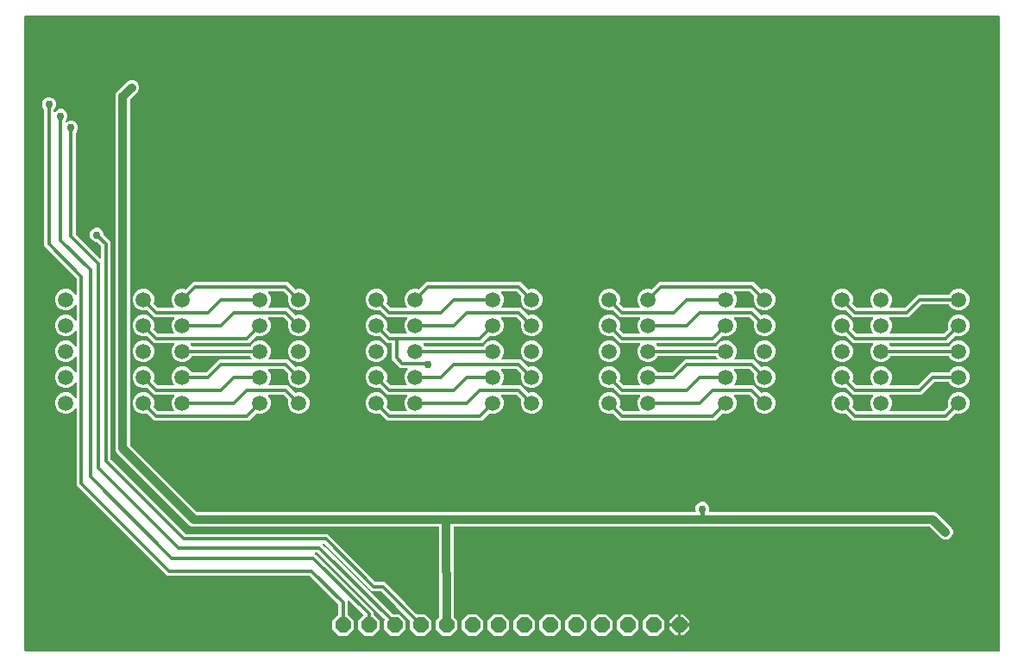
<source format=gbr>
G04 EAGLE Gerber RS-274X export*
G75*
%MOMM*%
%FSLAX34Y34*%
%LPD*%
%INBottom Copper*%
%IPPOS*%
%AMOC8*
5,1,8,0,0,1.08239X$1,22.5*%
G01*
%ADD10C,1.500000*%
%ADD11P,1.632244X8X22.500000*%
%ADD12C,0.812800*%
%ADD13C,0.756400*%
%ADD14C,0.406400*%
%ADD15C,0.304800*%
%ADD16C,0.304800*%
%ADD17C,0.806400*%

G36*
X966798Y10164D02*
X966798Y10164D01*
X966817Y10162D01*
X966919Y10184D01*
X967021Y10200D01*
X967038Y10210D01*
X967058Y10214D01*
X967147Y10267D01*
X967238Y10316D01*
X967252Y10330D01*
X967269Y10340D01*
X967336Y10419D01*
X967408Y10494D01*
X967416Y10512D01*
X967429Y10527D01*
X967468Y10623D01*
X967511Y10717D01*
X967513Y10737D01*
X967521Y10755D01*
X967539Y10922D01*
X967539Y633478D01*
X967536Y633498D01*
X967538Y633517D01*
X967516Y633619D01*
X967500Y633721D01*
X967490Y633738D01*
X967486Y633758D01*
X967433Y633847D01*
X967384Y633938D01*
X967370Y633952D01*
X967360Y633969D01*
X967281Y634036D01*
X967206Y634108D01*
X967188Y634116D01*
X967173Y634129D01*
X967077Y634168D01*
X966983Y634211D01*
X966963Y634213D01*
X966945Y634221D01*
X966778Y634239D01*
X10922Y634239D01*
X10902Y634236D01*
X10883Y634238D01*
X10781Y634216D01*
X10679Y634200D01*
X10662Y634190D01*
X10642Y634186D01*
X10553Y634133D01*
X10462Y634084D01*
X10448Y634070D01*
X10431Y634060D01*
X10364Y633981D01*
X10292Y633906D01*
X10284Y633888D01*
X10271Y633873D01*
X10232Y633777D01*
X10189Y633683D01*
X10187Y633663D01*
X10179Y633645D01*
X10161Y633478D01*
X10161Y10922D01*
X10164Y10902D01*
X10162Y10883D01*
X10184Y10781D01*
X10200Y10679D01*
X10210Y10662D01*
X10214Y10642D01*
X10267Y10553D01*
X10316Y10462D01*
X10330Y10448D01*
X10340Y10431D01*
X10419Y10364D01*
X10494Y10292D01*
X10512Y10284D01*
X10527Y10271D01*
X10623Y10232D01*
X10717Y10189D01*
X10737Y10187D01*
X10755Y10179D01*
X10922Y10161D01*
X966778Y10161D01*
X966798Y10164D01*
G37*
%LPC*%
G36*
X318426Y25319D02*
X318426Y25319D01*
X312223Y31521D01*
X312223Y40293D01*
X318016Y46086D01*
X318069Y46160D01*
X318129Y46230D01*
X318141Y46260D01*
X318160Y46286D01*
X318187Y46373D01*
X318221Y46458D01*
X318225Y46499D01*
X318232Y46521D01*
X318231Y46553D01*
X318239Y46625D01*
X318239Y55979D01*
X318224Y56069D01*
X318217Y56160D01*
X318205Y56189D01*
X318199Y56221D01*
X318157Y56302D01*
X318121Y56386D01*
X318095Y56418D01*
X318084Y56439D01*
X318061Y56461D01*
X318016Y56517D01*
X290429Y84104D01*
X290355Y84157D01*
X290285Y84217D01*
X290255Y84229D01*
X290229Y84248D01*
X290142Y84275D01*
X290057Y84309D01*
X290016Y84313D01*
X289994Y84320D01*
X289962Y84319D01*
X289891Y84327D01*
X150506Y84327D01*
X61467Y173366D01*
X61467Y248361D01*
X61452Y248457D01*
X61442Y248554D01*
X61432Y248578D01*
X61428Y248604D01*
X61382Y248689D01*
X61342Y248779D01*
X61325Y248798D01*
X61312Y248821D01*
X61242Y248888D01*
X61176Y248960D01*
X61153Y248972D01*
X61134Y248990D01*
X61046Y249031D01*
X60960Y249078D01*
X60935Y249083D01*
X60911Y249094D01*
X60814Y249105D01*
X60718Y249122D01*
X60692Y249118D01*
X60667Y249121D01*
X60571Y249100D01*
X60475Y249086D01*
X60452Y249074D01*
X60426Y249069D01*
X60342Y249019D01*
X60256Y248975D01*
X60238Y248956D01*
X60215Y248943D01*
X60152Y248869D01*
X60084Y248799D01*
X60068Y248771D01*
X60055Y248756D01*
X60043Y248725D01*
X60003Y248652D01*
X59743Y248025D01*
X56775Y245057D01*
X52898Y243451D01*
X48702Y243451D01*
X44825Y245057D01*
X41857Y248025D01*
X40251Y251902D01*
X40251Y256098D01*
X41857Y259975D01*
X44825Y262943D01*
X48702Y264549D01*
X52898Y264549D01*
X56775Y262943D01*
X59743Y259975D01*
X60003Y259348D01*
X60054Y259265D01*
X60100Y259179D01*
X60119Y259161D01*
X60132Y259139D01*
X60207Y259077D01*
X60278Y259010D01*
X60302Y258999D01*
X60322Y258982D01*
X60413Y258947D01*
X60501Y258906D01*
X60527Y258903D01*
X60551Y258894D01*
X60649Y258890D01*
X60745Y258879D01*
X60771Y258884D01*
X60797Y258883D01*
X60891Y258910D01*
X60986Y258931D01*
X61008Y258945D01*
X61033Y258952D01*
X61113Y259007D01*
X61197Y259057D01*
X61214Y259077D01*
X61235Y259092D01*
X61294Y259170D01*
X61357Y259244D01*
X61367Y259269D01*
X61382Y259290D01*
X61412Y259382D01*
X61449Y259472D01*
X61452Y259505D01*
X61458Y259523D01*
X61458Y259556D01*
X61467Y259639D01*
X61467Y273761D01*
X61452Y273857D01*
X61442Y273954D01*
X61432Y273978D01*
X61428Y274004D01*
X61382Y274089D01*
X61342Y274179D01*
X61325Y274198D01*
X61312Y274221D01*
X61242Y274288D01*
X61176Y274360D01*
X61153Y274372D01*
X61134Y274390D01*
X61046Y274431D01*
X60960Y274478D01*
X60935Y274483D01*
X60911Y274494D01*
X60814Y274505D01*
X60718Y274522D01*
X60692Y274518D01*
X60667Y274521D01*
X60571Y274500D01*
X60475Y274486D01*
X60452Y274474D01*
X60426Y274469D01*
X60342Y274419D01*
X60256Y274375D01*
X60238Y274356D01*
X60215Y274343D01*
X60152Y274269D01*
X60084Y274199D01*
X60068Y274171D01*
X60055Y274156D01*
X60043Y274125D01*
X60003Y274052D01*
X59743Y273425D01*
X56775Y270457D01*
X52898Y268851D01*
X48702Y268851D01*
X44825Y270457D01*
X41857Y273425D01*
X40251Y277302D01*
X40251Y281498D01*
X41857Y285375D01*
X44825Y288343D01*
X48702Y289949D01*
X52898Y289949D01*
X56775Y288343D01*
X59743Y285375D01*
X60003Y284748D01*
X60054Y284665D01*
X60100Y284579D01*
X60119Y284561D01*
X60132Y284539D01*
X60207Y284477D01*
X60278Y284410D01*
X60302Y284399D01*
X60322Y284382D01*
X60413Y284347D01*
X60501Y284306D01*
X60527Y284303D01*
X60551Y284294D01*
X60649Y284290D01*
X60745Y284279D01*
X60771Y284284D01*
X60797Y284283D01*
X60891Y284310D01*
X60986Y284331D01*
X61008Y284345D01*
X61033Y284352D01*
X61113Y284407D01*
X61197Y284457D01*
X61214Y284477D01*
X61235Y284492D01*
X61294Y284570D01*
X61357Y284644D01*
X61367Y284669D01*
X61382Y284690D01*
X61412Y284782D01*
X61449Y284872D01*
X61452Y284905D01*
X61458Y284923D01*
X61458Y284956D01*
X61467Y285039D01*
X61467Y299161D01*
X61452Y299257D01*
X61442Y299354D01*
X61432Y299378D01*
X61428Y299404D01*
X61382Y299489D01*
X61342Y299579D01*
X61325Y299598D01*
X61312Y299621D01*
X61242Y299688D01*
X61176Y299760D01*
X61153Y299772D01*
X61134Y299790D01*
X61046Y299831D01*
X60960Y299878D01*
X60935Y299883D01*
X60911Y299894D01*
X60814Y299905D01*
X60718Y299922D01*
X60692Y299918D01*
X60667Y299921D01*
X60571Y299900D01*
X60475Y299886D01*
X60452Y299874D01*
X60426Y299869D01*
X60342Y299819D01*
X60256Y299775D01*
X60238Y299756D01*
X60215Y299743D01*
X60152Y299669D01*
X60084Y299599D01*
X60068Y299571D01*
X60055Y299556D01*
X60043Y299525D01*
X60003Y299452D01*
X59743Y298825D01*
X56775Y295857D01*
X52898Y294251D01*
X48702Y294251D01*
X44825Y295857D01*
X41857Y298825D01*
X40251Y302702D01*
X40251Y306898D01*
X41857Y310775D01*
X44825Y313743D01*
X48702Y315349D01*
X52898Y315349D01*
X56775Y313743D01*
X59743Y310775D01*
X60003Y310148D01*
X60054Y310065D01*
X60100Y309979D01*
X60119Y309961D01*
X60132Y309939D01*
X60207Y309877D01*
X60278Y309810D01*
X60302Y309799D01*
X60322Y309782D01*
X60413Y309747D01*
X60501Y309706D01*
X60527Y309703D01*
X60551Y309694D01*
X60649Y309690D01*
X60745Y309679D01*
X60771Y309684D01*
X60797Y309683D01*
X60891Y309710D01*
X60986Y309731D01*
X61008Y309745D01*
X61033Y309752D01*
X61113Y309807D01*
X61197Y309857D01*
X61214Y309877D01*
X61235Y309892D01*
X61294Y309970D01*
X61357Y310044D01*
X61367Y310069D01*
X61382Y310090D01*
X61412Y310182D01*
X61449Y310272D01*
X61452Y310305D01*
X61458Y310323D01*
X61458Y310356D01*
X61467Y310439D01*
X61467Y324561D01*
X61464Y324579D01*
X61466Y324596D01*
X61450Y324669D01*
X61442Y324754D01*
X61432Y324778D01*
X61428Y324804D01*
X61417Y324824D01*
X61414Y324837D01*
X61381Y324892D01*
X61342Y324979D01*
X61325Y324998D01*
X61312Y325021D01*
X61293Y325040D01*
X61288Y325048D01*
X61251Y325080D01*
X61242Y325088D01*
X61176Y325160D01*
X61153Y325172D01*
X61134Y325190D01*
X61106Y325203D01*
X61101Y325208D01*
X61068Y325221D01*
X61046Y325231D01*
X60960Y325278D01*
X60935Y325283D01*
X60911Y325294D01*
X60878Y325298D01*
X60873Y325300D01*
X60793Y325309D01*
X60718Y325322D01*
X60692Y325318D01*
X60667Y325321D01*
X60572Y325300D01*
X60475Y325286D01*
X60452Y325274D01*
X60426Y325269D01*
X60343Y325219D01*
X60256Y325175D01*
X60245Y325164D01*
X60244Y325163D01*
X60237Y325156D01*
X60215Y325143D01*
X60152Y325069D01*
X60084Y324999D01*
X60077Y324987D01*
X60075Y324985D01*
X60070Y324974D01*
X60068Y324971D01*
X60055Y324956D01*
X60043Y324925D01*
X60003Y324852D01*
X59743Y324225D01*
X56775Y321257D01*
X52898Y319651D01*
X48702Y319651D01*
X44825Y321257D01*
X41857Y324225D01*
X40251Y328102D01*
X40251Y332298D01*
X41857Y336175D01*
X44825Y339143D01*
X48702Y340749D01*
X52898Y340749D01*
X56775Y339143D01*
X59743Y336175D01*
X60003Y335548D01*
X60054Y335465D01*
X60100Y335379D01*
X60119Y335361D01*
X60132Y335339D01*
X60207Y335277D01*
X60278Y335210D01*
X60302Y335199D01*
X60322Y335182D01*
X60413Y335147D01*
X60501Y335106D01*
X60527Y335103D01*
X60551Y335094D01*
X60649Y335090D01*
X60745Y335079D01*
X60771Y335084D01*
X60797Y335083D01*
X60891Y335110D01*
X60986Y335131D01*
X61008Y335145D01*
X61033Y335152D01*
X61113Y335207D01*
X61197Y335257D01*
X61214Y335277D01*
X61235Y335292D01*
X61293Y335370D01*
X61357Y335444D01*
X61367Y335468D01*
X61382Y335489D01*
X61412Y335582D01*
X61449Y335672D01*
X61452Y335705D01*
X61458Y335723D01*
X61458Y335756D01*
X61467Y335839D01*
X61467Y349961D01*
X61452Y350057D01*
X61442Y350154D01*
X61432Y350178D01*
X61428Y350204D01*
X61382Y350289D01*
X61342Y350379D01*
X61325Y350398D01*
X61312Y350421D01*
X61242Y350488D01*
X61176Y350560D01*
X61153Y350572D01*
X61134Y350590D01*
X61046Y350631D01*
X60960Y350678D01*
X60935Y350683D01*
X60911Y350694D01*
X60814Y350705D01*
X60718Y350722D01*
X60692Y350718D01*
X60667Y350721D01*
X60572Y350700D01*
X60475Y350686D01*
X60452Y350674D01*
X60426Y350669D01*
X60343Y350619D01*
X60256Y350575D01*
X60237Y350556D01*
X60215Y350543D01*
X60152Y350469D01*
X60084Y350399D01*
X60068Y350371D01*
X60055Y350356D01*
X60043Y350325D01*
X60003Y350252D01*
X59743Y349625D01*
X56775Y346657D01*
X52898Y345051D01*
X48702Y345051D01*
X44825Y346657D01*
X41857Y349625D01*
X40251Y353502D01*
X40251Y357698D01*
X41857Y361575D01*
X44825Y364543D01*
X48702Y366149D01*
X52898Y366149D01*
X56775Y364543D01*
X59743Y361575D01*
X60003Y360948D01*
X60054Y360865D01*
X60100Y360779D01*
X60119Y360761D01*
X60132Y360739D01*
X60207Y360677D01*
X60278Y360610D01*
X60302Y360599D01*
X60322Y360582D01*
X60413Y360547D01*
X60501Y360506D01*
X60527Y360503D01*
X60551Y360494D01*
X60649Y360490D01*
X60745Y360479D01*
X60771Y360484D01*
X60797Y360483D01*
X60891Y360510D01*
X60986Y360531D01*
X61008Y360545D01*
X61033Y360552D01*
X61113Y360607D01*
X61197Y360657D01*
X61214Y360677D01*
X61235Y360692D01*
X61293Y360770D01*
X61357Y360844D01*
X61367Y360868D01*
X61382Y360889D01*
X61412Y360982D01*
X61449Y361072D01*
X61452Y361105D01*
X61458Y361123D01*
X61458Y361156D01*
X61467Y361239D01*
X61467Y376251D01*
X61453Y376341D01*
X61445Y376432D01*
X61433Y376461D01*
X61428Y376493D01*
X61385Y376574D01*
X61349Y376658D01*
X61323Y376690D01*
X61312Y376711D01*
X61289Y376733D01*
X61244Y376789D01*
X29717Y408316D01*
X29717Y541967D01*
X29703Y542057D01*
X29695Y542148D01*
X29683Y542178D01*
X29678Y542210D01*
X29635Y542291D01*
X29599Y542375D01*
X29573Y542407D01*
X29562Y542427D01*
X29539Y542450D01*
X29494Y542506D01*
X28499Y543501D01*
X27459Y546011D01*
X27459Y548729D01*
X28499Y551239D01*
X30421Y553161D01*
X32931Y554201D01*
X35649Y554201D01*
X38159Y553161D01*
X40081Y551239D01*
X41121Y548729D01*
X41121Y546011D01*
X40081Y543501D01*
X39086Y542506D01*
X39033Y542432D01*
X38973Y542362D01*
X38961Y542332D01*
X38942Y542306D01*
X38915Y542219D01*
X38881Y542134D01*
X38877Y542093D01*
X38870Y542071D01*
X38871Y542039D01*
X38863Y541967D01*
X38863Y540581D01*
X38874Y540510D01*
X38876Y540438D01*
X38894Y540389D01*
X38902Y540338D01*
X38936Y540275D01*
X38961Y540207D01*
X38993Y540167D01*
X39018Y540121D01*
X39070Y540071D01*
X39114Y540015D01*
X39158Y539987D01*
X39196Y539951D01*
X39261Y539921D01*
X39321Y539882D01*
X39372Y539869D01*
X39419Y539848D01*
X39490Y539840D01*
X39560Y539822D01*
X39612Y539826D01*
X39663Y539820D01*
X39734Y539836D01*
X39805Y539841D01*
X39853Y539862D01*
X39904Y539873D01*
X39965Y539909D01*
X40031Y539938D01*
X40087Y539982D01*
X40115Y539999D01*
X40130Y540017D01*
X40162Y540042D01*
X41851Y541731D01*
X44361Y542771D01*
X47079Y542771D01*
X49589Y541731D01*
X51511Y539809D01*
X52551Y537299D01*
X52551Y534581D01*
X51511Y532071D01*
X50516Y531076D01*
X50463Y531002D01*
X50403Y530932D01*
X50391Y530902D01*
X50372Y530876D01*
X50345Y530789D01*
X50311Y530704D01*
X50307Y530663D01*
X50300Y530641D01*
X50301Y530609D01*
X50293Y530537D01*
X50293Y530421D01*
X50304Y530350D01*
X50306Y530278D01*
X50324Y530229D01*
X50332Y530178D01*
X50366Y530115D01*
X50391Y530047D01*
X50423Y530006D01*
X50448Y529961D01*
X50500Y529911D01*
X50544Y529855D01*
X50588Y529827D01*
X50626Y529791D01*
X50691Y529761D01*
X50751Y529722D01*
X50802Y529709D01*
X50849Y529688D01*
X50920Y529680D01*
X50990Y529662D01*
X51042Y529666D01*
X51093Y529660D01*
X51164Y529676D01*
X51235Y529681D01*
X51283Y529702D01*
X51334Y529713D01*
X51395Y529749D01*
X51461Y529778D01*
X51517Y529822D01*
X51545Y529839D01*
X51560Y529857D01*
X51592Y529882D01*
X52011Y530301D01*
X54521Y531341D01*
X57239Y531341D01*
X59749Y530301D01*
X61671Y528379D01*
X62711Y525869D01*
X62711Y523151D01*
X61671Y520641D01*
X60676Y519646D01*
X60623Y519572D01*
X60563Y519502D01*
X60551Y519472D01*
X60532Y519446D01*
X60505Y519359D01*
X60471Y519274D01*
X60467Y519233D01*
X60460Y519211D01*
X60461Y519179D01*
X60453Y519107D01*
X60453Y420039D01*
X60467Y419949D01*
X60475Y419858D01*
X60487Y419829D01*
X60492Y419797D01*
X60535Y419716D01*
X60571Y419632D01*
X60597Y419600D01*
X60608Y419579D01*
X60631Y419557D01*
X60676Y419501D01*
X84298Y395879D01*
X84356Y395837D01*
X84408Y395788D01*
X84455Y395766D01*
X84497Y395736D01*
X84566Y395714D01*
X84631Y395684D01*
X84683Y395678D01*
X84733Y395663D01*
X84804Y395665D01*
X84875Y395657D01*
X84926Y395668D01*
X84978Y395670D01*
X85046Y395694D01*
X85116Y395709D01*
X85161Y395736D01*
X85209Y395754D01*
X85265Y395799D01*
X85327Y395836D01*
X85361Y395875D01*
X85401Y395908D01*
X85440Y395968D01*
X85487Y396022D01*
X85506Y396071D01*
X85534Y396115D01*
X85552Y396184D01*
X85579Y396251D01*
X85587Y396322D01*
X85595Y396353D01*
X85593Y396376D01*
X85597Y396417D01*
X85597Y408001D01*
X85583Y408091D01*
X85575Y408182D01*
X85563Y408211D01*
X85558Y408243D01*
X85515Y408324D01*
X85479Y408408D01*
X85453Y408440D01*
X85442Y408461D01*
X85419Y408483D01*
X85374Y408539D01*
X81867Y412046D01*
X81793Y412099D01*
X81723Y412159D01*
X81693Y412171D01*
X81667Y412190D01*
X81580Y412217D01*
X81495Y412251D01*
X81454Y412255D01*
X81432Y412262D01*
X81400Y412261D01*
X81329Y412269D01*
X79921Y412269D01*
X77411Y413309D01*
X75489Y415231D01*
X74449Y417741D01*
X74449Y420459D01*
X75489Y422969D01*
X77411Y424891D01*
X79921Y425931D01*
X82639Y425931D01*
X85149Y424891D01*
X87071Y422969D01*
X88111Y420459D01*
X88111Y419051D01*
X88125Y418961D01*
X88133Y418870D01*
X88145Y418841D01*
X88150Y418809D01*
X88193Y418728D01*
X88229Y418644D01*
X88255Y418612D01*
X88266Y418591D01*
X88289Y418569D01*
X88334Y418513D01*
X94743Y412104D01*
X94743Y199059D01*
X94757Y198969D01*
X94765Y198878D01*
X94777Y198849D01*
X94782Y198817D01*
X94825Y198736D01*
X94861Y198652D01*
X94887Y198620D01*
X94898Y198599D01*
X94921Y198577D01*
X94966Y198521D01*
X168041Y125446D01*
X168115Y125393D01*
X168185Y125333D01*
X168215Y125321D01*
X168241Y125302D01*
X168328Y125275D01*
X168413Y125241D01*
X168454Y125237D01*
X168476Y125230D01*
X168508Y125231D01*
X168579Y125223D01*
X307964Y125223D01*
X354731Y78456D01*
X354805Y78403D01*
X354875Y78343D01*
X354905Y78331D01*
X354931Y78312D01*
X355018Y78285D01*
X355103Y78251D01*
X355144Y78247D01*
X355166Y78240D01*
X355198Y78241D01*
X355269Y78233D01*
X363844Y78233D01*
X384303Y57774D01*
X384303Y57399D01*
X384317Y57309D01*
X384325Y57218D01*
X384337Y57188D01*
X384342Y57156D01*
X384385Y57075D01*
X384421Y56991D01*
X384447Y56959D01*
X384458Y56939D01*
X384481Y56916D01*
X384526Y56860D01*
X394667Y46719D01*
X394741Y46666D01*
X394810Y46607D01*
X394841Y46594D01*
X394867Y46576D01*
X394954Y46549D01*
X395039Y46515D01*
X395080Y46510D01*
X395102Y46503D01*
X395134Y46504D01*
X395205Y46496D01*
X403398Y46496D01*
X409601Y40293D01*
X409601Y31521D01*
X403398Y25319D01*
X394626Y25319D01*
X388423Y31521D01*
X388423Y39714D01*
X388408Y39804D01*
X388401Y39895D01*
X388389Y39925D01*
X388383Y39957D01*
X388341Y40037D01*
X388305Y40121D01*
X388279Y40153D01*
X388268Y40174D01*
X388245Y40196D01*
X388200Y40252D01*
X375157Y53295D01*
X375157Y53671D01*
X375143Y53761D01*
X375135Y53852D01*
X375123Y53881D01*
X375118Y53913D01*
X375075Y53994D01*
X375039Y54078D01*
X375013Y54110D01*
X375002Y54131D01*
X374979Y54153D01*
X374934Y54209D01*
X360279Y68864D01*
X360205Y68917D01*
X360135Y68977D01*
X360105Y68989D01*
X360079Y69008D01*
X359992Y69035D01*
X359907Y69069D01*
X359866Y69073D01*
X359844Y69080D01*
X359812Y69079D01*
X359741Y69087D01*
X351166Y69087D01*
X304399Y115854D01*
X304325Y115907D01*
X304255Y115967D01*
X304225Y115979D01*
X304199Y115998D01*
X304112Y116025D01*
X304027Y116059D01*
X303986Y116063D01*
X303964Y116070D01*
X303932Y116069D01*
X303861Y116077D01*
X303707Y116077D01*
X303637Y116066D01*
X303565Y116064D01*
X303516Y116046D01*
X303465Y116038D01*
X303401Y116004D01*
X303334Y115979D01*
X303293Y115947D01*
X303247Y115922D01*
X303198Y115870D01*
X303142Y115826D01*
X303114Y115782D01*
X303078Y115744D01*
X303048Y115679D01*
X303009Y115619D01*
X302996Y115568D01*
X302974Y115521D01*
X302966Y115450D01*
X302949Y115380D01*
X302953Y115328D01*
X302947Y115277D01*
X302962Y115206D01*
X302968Y115135D01*
X302988Y115087D01*
X302999Y115036D01*
X303036Y114975D01*
X303064Y114909D01*
X303109Y114853D01*
X303126Y114825D01*
X303143Y114810D01*
X303169Y114778D01*
X304516Y113431D01*
X371228Y46719D01*
X371302Y46666D01*
X371371Y46607D01*
X371401Y46594D01*
X371427Y46576D01*
X371514Y46549D01*
X371599Y46515D01*
X371640Y46510D01*
X371663Y46503D01*
X371695Y46504D01*
X371766Y46496D01*
X377998Y46496D01*
X384201Y40293D01*
X384201Y31521D01*
X377998Y25319D01*
X369226Y25319D01*
X363023Y31521D01*
X363023Y40293D01*
X363333Y40603D01*
X363345Y40620D01*
X363360Y40632D01*
X363417Y40719D01*
X363477Y40803D01*
X363483Y40822D01*
X363493Y40839D01*
X363519Y40939D01*
X363549Y41038D01*
X363549Y41058D01*
X363553Y41077D01*
X363545Y41180D01*
X363543Y41284D01*
X363536Y41303D01*
X363534Y41323D01*
X363494Y41417D01*
X363458Y41515D01*
X363446Y41531D01*
X363438Y41549D01*
X363333Y41680D01*
X298049Y106964D01*
X297975Y107017D01*
X297905Y107077D01*
X297875Y107089D01*
X297849Y107108D01*
X297762Y107135D01*
X297677Y107169D01*
X297636Y107173D01*
X297614Y107180D01*
X297582Y107179D01*
X297511Y107187D01*
X296087Y107187D01*
X296017Y107176D01*
X295945Y107174D01*
X295896Y107156D01*
X295845Y107148D01*
X295781Y107114D01*
X295714Y107089D01*
X295673Y107057D01*
X295627Y107032D01*
X295578Y106980D01*
X295522Y106936D01*
X295494Y106892D01*
X295458Y106854D01*
X295428Y106789D01*
X295389Y106729D01*
X295376Y106678D01*
X295354Y106631D01*
X295346Y106560D01*
X295329Y106490D01*
X295333Y106438D01*
X295327Y106387D01*
X295342Y106316D01*
X295348Y106245D01*
X295368Y106197D01*
X295379Y106146D01*
X295416Y106085D01*
X295444Y106019D01*
X295489Y105963D01*
X295506Y105935D01*
X295523Y105920D01*
X295549Y105888D01*
X352785Y48652D01*
X352785Y46625D01*
X352799Y46535D01*
X352807Y46444D01*
X352819Y46414D01*
X352824Y46382D01*
X352867Y46301D01*
X352903Y46217D01*
X352929Y46185D01*
X352939Y46165D01*
X352963Y46142D01*
X353008Y46086D01*
X358801Y40293D01*
X358801Y31521D01*
X352598Y25319D01*
X343826Y25319D01*
X337623Y31521D01*
X337623Y40293D01*
X342378Y45048D01*
X342390Y45065D01*
X342405Y45077D01*
X342461Y45164D01*
X342522Y45248D01*
X342528Y45267D01*
X342538Y45284D01*
X342564Y45384D01*
X342594Y45483D01*
X342594Y45503D01*
X342598Y45522D01*
X342590Y45625D01*
X342588Y45729D01*
X342581Y45748D01*
X342579Y45768D01*
X342539Y45862D01*
X342503Y45960D01*
X342491Y45976D01*
X342483Y45994D01*
X342378Y46125D01*
X328684Y59819D01*
X328626Y59861D01*
X328574Y59910D01*
X328527Y59932D01*
X328484Y59963D01*
X328416Y59984D01*
X328351Y60014D01*
X328299Y60020D01*
X328249Y60035D01*
X328178Y60033D01*
X328106Y60041D01*
X328056Y60030D01*
X328004Y60029D01*
X327936Y60004D01*
X327866Y59989D01*
X327821Y59962D01*
X327772Y59944D01*
X327716Y59899D01*
X327655Y59862D01*
X327621Y59823D01*
X327580Y59790D01*
X327542Y59730D01*
X327495Y59676D01*
X327476Y59627D01*
X327447Y59583D01*
X327430Y59514D01*
X327403Y59447D01*
X327395Y59376D01*
X327387Y59345D01*
X327389Y59322D01*
X327385Y59281D01*
X327385Y46625D01*
X327399Y46535D01*
X327407Y46444D01*
X327419Y46414D01*
X327424Y46382D01*
X327467Y46301D01*
X327503Y46217D01*
X327529Y46185D01*
X327539Y46165D01*
X327563Y46142D01*
X327608Y46086D01*
X333401Y40293D01*
X333401Y31521D01*
X327198Y25319D01*
X318426Y25319D01*
G37*
%LPD*%
%LPC*%
G36*
X420026Y25319D02*
X420026Y25319D01*
X413823Y31521D01*
X413823Y40293D01*
X417058Y43528D01*
X417112Y43603D01*
X417171Y43673D01*
X417183Y43702D01*
X417202Y43728D01*
X417229Y43816D01*
X417263Y43901D01*
X417267Y43941D01*
X417274Y43963D01*
X417273Y43995D01*
X417281Y44068D01*
X417085Y131828D01*
X417082Y131847D01*
X417084Y131865D01*
X417062Y131967D01*
X417045Y132070D01*
X417036Y132087D01*
X417032Y132106D01*
X416978Y132195D01*
X416929Y132288D01*
X416915Y132301D01*
X416905Y132317D01*
X416826Y132385D01*
X416750Y132456D01*
X416733Y132464D01*
X416718Y132477D01*
X416622Y132516D01*
X416527Y132560D01*
X416508Y132562D01*
X416490Y132569D01*
X416324Y132587D01*
X175115Y132587D01*
X172501Y133670D01*
X100650Y205521D01*
X99567Y208135D01*
X99567Y556405D01*
X100650Y559019D01*
X102758Y561127D01*
X111541Y569910D01*
X114155Y570993D01*
X116985Y570993D01*
X119599Y569910D01*
X121600Y567909D01*
X122683Y565295D01*
X122683Y562465D01*
X121600Y559851D01*
X114016Y552267D01*
X113963Y552193D01*
X113903Y552123D01*
X113891Y552093D01*
X113872Y552067D01*
X113845Y551980D01*
X113811Y551895D01*
X113807Y551854D01*
X113800Y551832D01*
X113801Y551800D01*
X113793Y551728D01*
X113793Y212812D01*
X113807Y212721D01*
X113815Y212631D01*
X113827Y212601D01*
X113832Y212569D01*
X113875Y212488D01*
X113911Y212404D01*
X113937Y212372D01*
X113948Y212351D01*
X113971Y212329D01*
X114016Y212273D01*
X179253Y147036D01*
X179327Y146983D01*
X179397Y146923D01*
X179427Y146911D01*
X179453Y146892D01*
X179540Y146865D01*
X179625Y146831D01*
X179666Y146827D01*
X179688Y146820D01*
X179720Y146821D01*
X179792Y146813D01*
X424180Y146813D01*
X424181Y146813D01*
X425679Y146816D01*
X425686Y146814D01*
X425704Y146816D01*
X425706Y146816D01*
X425737Y146813D01*
X668369Y146813D01*
X668415Y146820D01*
X668461Y146818D01*
X668535Y146840D01*
X668612Y146852D01*
X668653Y146874D01*
X668697Y146887D01*
X668761Y146931D01*
X668830Y146968D01*
X668861Y147001D01*
X668899Y147027D01*
X668945Y147090D01*
X668999Y147146D01*
X669018Y147188D01*
X669046Y147224D01*
X669070Y147298D01*
X669103Y147369D01*
X669108Y147415D01*
X669122Y147458D01*
X669121Y147536D01*
X669130Y147613D01*
X669120Y147658D01*
X669119Y147704D01*
X669081Y147835D01*
X669077Y147854D01*
X669075Y147858D01*
X669073Y147865D01*
X668809Y148501D01*
X668809Y151219D01*
X669849Y153729D01*
X671771Y155651D01*
X674281Y156691D01*
X676999Y156691D01*
X679509Y155651D01*
X681431Y153729D01*
X682471Y151219D01*
X682471Y148501D01*
X682207Y147865D01*
X682197Y147821D01*
X682177Y147779D01*
X682169Y147702D01*
X682151Y147626D01*
X682155Y147580D01*
X682150Y147535D01*
X682167Y147458D01*
X682174Y147381D01*
X682193Y147339D01*
X682203Y147294D01*
X682243Y147227D01*
X682274Y147156D01*
X682305Y147122D01*
X682329Y147083D01*
X682388Y147032D01*
X682441Y146975D01*
X682481Y146953D01*
X682516Y146923D01*
X682588Y146894D01*
X682656Y146857D01*
X682701Y146848D01*
X682744Y146831D01*
X682880Y146816D01*
X682898Y146813D01*
X682903Y146814D01*
X682911Y146813D01*
X903115Y146813D01*
X905729Y145730D01*
X920430Y131029D01*
X921513Y128415D01*
X921513Y125585D01*
X920430Y122971D01*
X918429Y120970D01*
X915815Y119887D01*
X912985Y119887D01*
X910371Y120970D01*
X898977Y132364D01*
X898903Y132417D01*
X898833Y132477D01*
X898803Y132489D01*
X898777Y132508D01*
X898690Y132535D01*
X898605Y132569D01*
X898564Y132573D01*
X898542Y132580D01*
X898510Y132579D01*
X898438Y132587D01*
X432072Y132587D01*
X432051Y132584D01*
X432030Y132586D01*
X431930Y132564D01*
X431829Y132548D01*
X431811Y132538D01*
X431790Y132533D01*
X431702Y132480D01*
X431611Y132432D01*
X431597Y132417D01*
X431579Y132407D01*
X431513Y132328D01*
X431442Y132254D01*
X431433Y132235D01*
X431420Y132219D01*
X431382Y132124D01*
X431338Y132031D01*
X431336Y132010D01*
X431328Y131991D01*
X431310Y131824D01*
X431506Y44101D01*
X431521Y44012D01*
X431528Y43922D01*
X431541Y43891D01*
X431547Y43859D01*
X431589Y43779D01*
X431625Y43696D01*
X431651Y43663D01*
X431662Y43641D01*
X431685Y43619D01*
X431729Y43565D01*
X435001Y40293D01*
X435001Y31521D01*
X428798Y25319D01*
X420026Y25319D01*
G37*
%LPD*%
%LPC*%
G36*
X366406Y236727D02*
X366406Y236727D01*
X363504Y239629D01*
X359461Y243673D01*
X359365Y243741D01*
X359351Y243752D01*
X359348Y243754D01*
X359347Y243754D01*
X359272Y243811D01*
X359266Y243812D01*
X359261Y243816D01*
X359149Y243851D01*
X359038Y243887D01*
X359032Y243887D01*
X359026Y243889D01*
X358909Y243885D01*
X358792Y243884D01*
X358785Y243882D01*
X358780Y243882D01*
X358762Y243876D01*
X358631Y243838D01*
X357698Y243451D01*
X353502Y243451D01*
X349625Y245057D01*
X346657Y248025D01*
X345051Y251902D01*
X345051Y256098D01*
X346657Y259975D01*
X349625Y262943D01*
X353502Y264549D01*
X357698Y264549D01*
X361575Y262943D01*
X364543Y259975D01*
X366149Y256098D01*
X366149Y251902D01*
X365762Y250969D01*
X365754Y250933D01*
X365748Y250921D01*
X365746Y250898D01*
X365736Y250856D01*
X365707Y250742D01*
X365708Y250736D01*
X365706Y250730D01*
X365717Y250613D01*
X365726Y250497D01*
X365729Y250491D01*
X365729Y250485D01*
X365777Y250377D01*
X365823Y250270D01*
X365827Y250265D01*
X365829Y250260D01*
X365842Y250246D01*
X365927Y250139D01*
X369971Y246096D01*
X370045Y246043D01*
X370115Y245983D01*
X370145Y245971D01*
X370171Y245952D01*
X370258Y245925D01*
X370343Y245891D01*
X370384Y245887D01*
X370406Y245880D01*
X370438Y245881D01*
X370509Y245873D01*
X385071Y245873D01*
X385142Y245884D01*
X385214Y245886D01*
X385263Y245904D01*
X385314Y245912D01*
X385377Y245946D01*
X385445Y245971D01*
X385485Y246003D01*
X385531Y246028D01*
X385581Y246080D01*
X385637Y246124D01*
X385665Y246168D01*
X385701Y246206D01*
X385731Y246271D01*
X385770Y246331D01*
X385782Y246382D01*
X385804Y246429D01*
X385812Y246500D01*
X385830Y246570D01*
X385826Y246622D01*
X385832Y246673D01*
X385816Y246744D01*
X385811Y246815D01*
X385790Y246863D01*
X385779Y246914D01*
X385742Y246975D01*
X385714Y247041D01*
X385670Y247097D01*
X385653Y247125D01*
X385635Y247140D01*
X385610Y247172D01*
X384757Y248025D01*
X383151Y251902D01*
X383151Y256098D01*
X384757Y259975D01*
X385610Y260828D01*
X385651Y260886D01*
X385701Y260938D01*
X385723Y260985D01*
X385753Y261027D01*
X385774Y261096D01*
X385804Y261161D01*
X385810Y261213D01*
X385825Y261263D01*
X385824Y261334D01*
X385832Y261405D01*
X385820Y261456D01*
X385819Y261508D01*
X385794Y261576D01*
X385779Y261646D01*
X385753Y261691D01*
X385735Y261739D01*
X385690Y261795D01*
X385653Y261857D01*
X385614Y261891D01*
X385581Y261931D01*
X385521Y261970D01*
X385466Y262017D01*
X385418Y262036D01*
X385374Y262064D01*
X385305Y262082D01*
X385238Y262109D01*
X385167Y262117D01*
X385136Y262125D01*
X385112Y262123D01*
X385071Y262127D01*
X366406Y262127D01*
X359461Y269073D01*
X359367Y269140D01*
X359272Y269211D01*
X359266Y269212D01*
X359261Y269216D01*
X359150Y269250D01*
X359038Y269287D01*
X359032Y269287D01*
X359026Y269288D01*
X358909Y269285D01*
X358792Y269284D01*
X358785Y269282D01*
X358780Y269282D01*
X358762Y269276D01*
X358631Y269238D01*
X357698Y268851D01*
X353502Y268851D01*
X349625Y270457D01*
X346657Y273425D01*
X345051Y277302D01*
X345051Y281498D01*
X346657Y285375D01*
X349625Y288343D01*
X353502Y289949D01*
X357698Y289949D01*
X361575Y288343D01*
X364543Y285375D01*
X366149Y281498D01*
X366149Y277302D01*
X365762Y276369D01*
X365736Y276255D01*
X365707Y276142D01*
X365708Y276136D01*
X365706Y276130D01*
X365717Y276013D01*
X365726Y275897D01*
X365729Y275891D01*
X365729Y275885D01*
X365777Y275777D01*
X365823Y275670D01*
X365827Y275665D01*
X365829Y275660D01*
X365842Y275646D01*
X365927Y275539D01*
X369971Y271496D01*
X370045Y271443D01*
X370115Y271383D01*
X370145Y271371D01*
X370171Y271352D01*
X370258Y271325D01*
X370343Y271291D01*
X370384Y271287D01*
X370406Y271280D01*
X370438Y271281D01*
X370509Y271273D01*
X385071Y271273D01*
X385142Y271284D01*
X385214Y271286D01*
X385263Y271304D01*
X385314Y271312D01*
X385377Y271346D01*
X385445Y271371D01*
X385485Y271403D01*
X385531Y271428D01*
X385581Y271480D01*
X385637Y271524D01*
X385665Y271568D01*
X385701Y271606D01*
X385731Y271671D01*
X385770Y271731D01*
X385782Y271782D01*
X385804Y271829D01*
X385812Y271900D01*
X385830Y271970D01*
X385826Y272022D01*
X385832Y272073D01*
X385816Y272144D01*
X385811Y272215D01*
X385790Y272263D01*
X385779Y272314D01*
X385742Y272375D01*
X385714Y272441D01*
X385670Y272497D01*
X385653Y272525D01*
X385635Y272540D01*
X385610Y272572D01*
X384757Y273425D01*
X383151Y277302D01*
X383151Y281498D01*
X384757Y285375D01*
X386238Y286856D01*
X386279Y286914D01*
X386329Y286966D01*
X386351Y287013D01*
X386381Y287055D01*
X386402Y287124D01*
X386432Y287189D01*
X386438Y287241D01*
X386453Y287291D01*
X386452Y287362D01*
X386460Y287433D01*
X386448Y287484D01*
X386447Y287536D01*
X386422Y287604D01*
X386407Y287674D01*
X386381Y287719D01*
X386363Y287767D01*
X386318Y287823D01*
X386281Y287885D01*
X386242Y287919D01*
X386209Y287959D01*
X386149Y287998D01*
X386094Y288045D01*
X386046Y288064D01*
X386002Y288092D01*
X385933Y288110D01*
X385866Y288137D01*
X385795Y288145D01*
X385764Y288153D01*
X385740Y288151D01*
X385699Y288155D01*
X379185Y288155D01*
X370705Y296635D01*
X370705Y312166D01*
X370702Y312186D01*
X370704Y312205D01*
X370682Y312307D01*
X370666Y312409D01*
X370656Y312426D01*
X370652Y312446D01*
X370599Y312535D01*
X370550Y312626D01*
X370536Y312640D01*
X370526Y312657D01*
X370447Y312724D01*
X370372Y312796D01*
X370354Y312804D01*
X370339Y312817D01*
X370243Y312856D01*
X370149Y312899D01*
X370129Y312901D01*
X370111Y312909D01*
X369944Y312927D01*
X366406Y312927D01*
X363504Y315829D01*
X359461Y319873D01*
X359366Y319941D01*
X359272Y320011D01*
X359266Y320013D01*
X359261Y320016D01*
X359149Y320050D01*
X359038Y320087D01*
X359032Y320087D01*
X359026Y320089D01*
X358909Y320085D01*
X358792Y320084D01*
X358785Y320082D01*
X358780Y320082D01*
X358762Y320076D01*
X358631Y320038D01*
X357698Y319651D01*
X353502Y319651D01*
X349625Y321257D01*
X346657Y324225D01*
X345051Y328102D01*
X345051Y332298D01*
X346657Y336175D01*
X349625Y339143D01*
X353502Y340749D01*
X357698Y340749D01*
X361575Y339143D01*
X364543Y336175D01*
X366149Y332298D01*
X366149Y328102D01*
X365762Y327169D01*
X365736Y327056D01*
X365707Y326942D01*
X365708Y326936D01*
X365706Y326930D01*
X365717Y326813D01*
X365726Y326697D01*
X365729Y326691D01*
X365729Y326685D01*
X365777Y326577D01*
X365823Y326470D01*
X365827Y326465D01*
X365829Y326460D01*
X365842Y326446D01*
X365927Y326339D01*
X369971Y322296D01*
X370045Y322243D01*
X370115Y322183D01*
X370145Y322171D01*
X370171Y322152D01*
X370258Y322125D01*
X370343Y322091D01*
X370384Y322087D01*
X370406Y322080D01*
X370438Y322081D01*
X370509Y322073D01*
X385071Y322073D01*
X385142Y322084D01*
X385214Y322086D01*
X385263Y322104D01*
X385314Y322112D01*
X385377Y322146D01*
X385445Y322171D01*
X385485Y322203D01*
X385531Y322228D01*
X385581Y322280D01*
X385637Y322324D01*
X385665Y322368D01*
X385701Y322406D01*
X385731Y322471D01*
X385770Y322531D01*
X385782Y322582D01*
X385804Y322629D01*
X385812Y322700D01*
X385830Y322770D01*
X385826Y322822D01*
X385832Y322873D01*
X385816Y322944D01*
X385811Y323015D01*
X385790Y323063D01*
X385779Y323114D01*
X385742Y323175D01*
X385714Y323241D01*
X385670Y323297D01*
X385653Y323325D01*
X385635Y323340D01*
X385610Y323372D01*
X384757Y324225D01*
X383151Y328102D01*
X383151Y332298D01*
X384757Y336175D01*
X385610Y337028D01*
X385651Y337086D01*
X385701Y337138D01*
X385723Y337185D01*
X385753Y337227D01*
X385774Y337296D01*
X385804Y337361D01*
X385810Y337413D01*
X385825Y337463D01*
X385824Y337534D01*
X385832Y337605D01*
X385820Y337656D01*
X385819Y337708D01*
X385794Y337776D01*
X385779Y337846D01*
X385753Y337891D01*
X385735Y337939D01*
X385690Y337995D01*
X385653Y338057D01*
X385614Y338091D01*
X385581Y338131D01*
X385521Y338170D01*
X385466Y338217D01*
X385418Y338236D01*
X385374Y338264D01*
X385305Y338282D01*
X385238Y338309D01*
X385167Y338317D01*
X385136Y338325D01*
X385112Y338323D01*
X385071Y338327D01*
X366406Y338327D01*
X359461Y345273D01*
X359367Y345340D01*
X359272Y345411D01*
X359266Y345412D01*
X359261Y345416D01*
X359150Y345450D01*
X359038Y345487D01*
X359032Y345487D01*
X359026Y345488D01*
X358909Y345485D01*
X358792Y345484D01*
X358785Y345482D01*
X358780Y345482D01*
X358762Y345476D01*
X358631Y345438D01*
X357698Y345051D01*
X353502Y345051D01*
X349625Y346657D01*
X346657Y349625D01*
X345051Y353502D01*
X345051Y357698D01*
X346657Y361575D01*
X349625Y364543D01*
X353502Y366149D01*
X357698Y366149D01*
X361575Y364543D01*
X364543Y361575D01*
X366149Y357698D01*
X366149Y353502D01*
X365762Y352569D01*
X365736Y352455D01*
X365707Y352342D01*
X365708Y352336D01*
X365706Y352330D01*
X365717Y352213D01*
X365726Y352097D01*
X365729Y352091D01*
X365729Y352085D01*
X365777Y351977D01*
X365823Y351870D01*
X365827Y351865D01*
X365829Y351860D01*
X365842Y351846D01*
X365927Y351739D01*
X369971Y347696D01*
X370045Y347643D01*
X370115Y347583D01*
X370145Y347571D01*
X370171Y347552D01*
X370258Y347525D01*
X370343Y347491D01*
X370384Y347487D01*
X370406Y347480D01*
X370438Y347481D01*
X370509Y347473D01*
X385071Y347473D01*
X385142Y347484D01*
X385214Y347486D01*
X385263Y347504D01*
X385314Y347512D01*
X385377Y347546D01*
X385445Y347571D01*
X385485Y347603D01*
X385531Y347628D01*
X385581Y347680D01*
X385637Y347724D01*
X385665Y347768D01*
X385701Y347806D01*
X385731Y347871D01*
X385770Y347931D01*
X385782Y347982D01*
X385804Y348029D01*
X385812Y348100D01*
X385830Y348170D01*
X385826Y348222D01*
X385832Y348273D01*
X385816Y348344D01*
X385811Y348415D01*
X385790Y348463D01*
X385779Y348514D01*
X385742Y348575D01*
X385714Y348641D01*
X385670Y348697D01*
X385653Y348725D01*
X385635Y348740D01*
X385610Y348772D01*
X384757Y349625D01*
X383151Y353502D01*
X383151Y357698D01*
X384757Y361575D01*
X387725Y364543D01*
X391602Y366149D01*
X395798Y366149D01*
X396731Y365762D01*
X396844Y365736D01*
X396958Y365707D01*
X396964Y365708D01*
X396970Y365706D01*
X397087Y365717D01*
X397203Y365726D01*
X397209Y365729D01*
X397215Y365729D01*
X397323Y365777D01*
X397430Y365823D01*
X397435Y365827D01*
X397440Y365829D01*
X397454Y365842D01*
X397561Y365927D01*
X401604Y369971D01*
X404506Y372873D01*
X497194Y372873D01*
X500096Y369971D01*
X504139Y365927D01*
X504235Y365859D01*
X504328Y365789D01*
X504334Y365788D01*
X504339Y365784D01*
X504451Y365749D01*
X504562Y365713D01*
X504568Y365713D01*
X504574Y365711D01*
X504691Y365715D01*
X504808Y365716D01*
X504815Y365718D01*
X504820Y365718D01*
X504838Y365724D01*
X504969Y365762D01*
X505902Y366149D01*
X510098Y366149D01*
X513975Y364543D01*
X516943Y361575D01*
X518549Y357698D01*
X518549Y353502D01*
X516943Y349625D01*
X513975Y346657D01*
X510098Y345051D01*
X505902Y345051D01*
X502025Y346657D01*
X499057Y349625D01*
X497451Y353502D01*
X497451Y357698D01*
X497838Y358631D01*
X497864Y358744D01*
X497893Y358858D01*
X497892Y358864D01*
X497894Y358870D01*
X497883Y358987D01*
X497874Y359103D01*
X497871Y359109D01*
X497871Y359115D01*
X497823Y359223D01*
X497777Y359330D01*
X497773Y359335D01*
X497771Y359340D01*
X497758Y359354D01*
X497673Y359461D01*
X493629Y363504D01*
X493555Y363557D01*
X493485Y363617D01*
X493455Y363629D01*
X493429Y363648D01*
X493342Y363675D01*
X493257Y363709D01*
X493216Y363713D01*
X493194Y363720D01*
X493162Y363719D01*
X493091Y363727D01*
X478529Y363727D01*
X478458Y363716D01*
X478386Y363714D01*
X478337Y363696D01*
X478286Y363688D01*
X478223Y363654D01*
X478155Y363629D01*
X478115Y363597D01*
X478069Y363572D01*
X478019Y363520D01*
X477963Y363476D01*
X477935Y363432D01*
X477899Y363394D01*
X477869Y363329D01*
X477830Y363269D01*
X477818Y363218D01*
X477796Y363171D01*
X477788Y363100D01*
X477770Y363030D01*
X477774Y362978D01*
X477768Y362927D01*
X477784Y362856D01*
X477789Y362785D01*
X477810Y362737D01*
X477821Y362686D01*
X477858Y362625D01*
X477886Y362559D01*
X477930Y362503D01*
X477947Y362475D01*
X477965Y362460D01*
X477990Y362428D01*
X478843Y361575D01*
X480449Y357698D01*
X480449Y353502D01*
X478843Y349625D01*
X477990Y348772D01*
X477949Y348714D01*
X477899Y348662D01*
X477877Y348615D01*
X477847Y348573D01*
X477826Y348504D01*
X477796Y348439D01*
X477790Y348387D01*
X477775Y348337D01*
X477776Y348266D01*
X477768Y348195D01*
X477780Y348144D01*
X477781Y348092D01*
X477806Y348024D01*
X477821Y347954D01*
X477847Y347909D01*
X477865Y347861D01*
X477910Y347805D01*
X477947Y347743D01*
X477986Y347709D01*
X478019Y347669D01*
X478079Y347630D01*
X478134Y347583D01*
X478182Y347564D01*
X478226Y347536D01*
X478295Y347518D01*
X478362Y347491D01*
X478433Y347483D01*
X478464Y347475D01*
X478488Y347477D01*
X478529Y347473D01*
X497194Y347473D01*
X500096Y344571D01*
X504139Y340527D01*
X504235Y340459D01*
X504328Y340389D01*
X504334Y340388D01*
X504339Y340384D01*
X504451Y340349D01*
X504562Y340313D01*
X504568Y340313D01*
X504574Y340311D01*
X504691Y340315D01*
X504808Y340316D01*
X504815Y340318D01*
X504820Y340318D01*
X504838Y340324D01*
X504969Y340362D01*
X505902Y340749D01*
X510098Y340749D01*
X513975Y339143D01*
X516943Y336175D01*
X518549Y332298D01*
X518549Y328102D01*
X516943Y324225D01*
X513975Y321257D01*
X510098Y319651D01*
X505902Y319651D01*
X502025Y321257D01*
X499057Y324225D01*
X497451Y328102D01*
X497451Y332298D01*
X497838Y333231D01*
X497864Y333344D01*
X497893Y333458D01*
X497892Y333464D01*
X497894Y333470D01*
X497883Y333587D01*
X497874Y333703D01*
X497871Y333709D01*
X497871Y333715D01*
X497823Y333823D01*
X497777Y333930D01*
X497773Y333935D01*
X497771Y333940D01*
X497758Y333954D01*
X497673Y334061D01*
X493629Y338104D01*
X493555Y338157D01*
X493485Y338217D01*
X493455Y338229D01*
X493429Y338248D01*
X493342Y338275D01*
X493257Y338309D01*
X493216Y338313D01*
X493194Y338320D01*
X493162Y338319D01*
X493091Y338327D01*
X478529Y338327D01*
X478458Y338316D01*
X478386Y338314D01*
X478337Y338296D01*
X478286Y338288D01*
X478223Y338254D01*
X478155Y338229D01*
X478115Y338197D01*
X478069Y338172D01*
X478019Y338120D01*
X477963Y338076D01*
X477935Y338032D01*
X477899Y337994D01*
X477869Y337929D01*
X477830Y337869D01*
X477818Y337818D01*
X477796Y337771D01*
X477788Y337700D01*
X477770Y337630D01*
X477774Y337578D01*
X477768Y337527D01*
X477784Y337456D01*
X477789Y337385D01*
X477810Y337337D01*
X477821Y337286D01*
X477858Y337225D01*
X477886Y337159D01*
X477930Y337103D01*
X477947Y337075D01*
X477965Y337060D01*
X477990Y337028D01*
X478843Y336175D01*
X480449Y332298D01*
X480449Y328102D01*
X478843Y324225D01*
X475875Y321257D01*
X471998Y319651D01*
X467802Y319651D01*
X466869Y320038D01*
X466756Y320064D01*
X466642Y320093D01*
X466636Y320092D01*
X466630Y320094D01*
X466513Y320083D01*
X466397Y320074D01*
X466391Y320071D01*
X466385Y320071D01*
X466277Y320023D01*
X466170Y319977D01*
X466165Y319973D01*
X466160Y319971D01*
X466146Y319958D01*
X466039Y319873D01*
X461996Y315829D01*
X459094Y312927D01*
X402329Y312927D01*
X402258Y312916D01*
X402186Y312914D01*
X402137Y312896D01*
X402086Y312888D01*
X402023Y312854D01*
X401955Y312829D01*
X401915Y312797D01*
X401869Y312772D01*
X401819Y312720D01*
X401763Y312676D01*
X401735Y312632D01*
X401699Y312594D01*
X401669Y312529D01*
X401630Y312469D01*
X401618Y312418D01*
X401596Y312371D01*
X401588Y312300D01*
X401570Y312230D01*
X401574Y312178D01*
X401568Y312127D01*
X401584Y312056D01*
X401589Y311985D01*
X401610Y311937D01*
X401621Y311886D01*
X401658Y311825D01*
X401686Y311759D01*
X401730Y311703D01*
X401747Y311675D01*
X401765Y311660D01*
X401790Y311628D01*
X402643Y310775D01*
X403029Y309843D01*
X403091Y309743D01*
X403151Y309643D01*
X403155Y309639D01*
X403159Y309634D01*
X403249Y309559D01*
X403338Y309483D01*
X403343Y309481D01*
X403348Y309477D01*
X403457Y309435D01*
X403566Y309391D01*
X403573Y309390D01*
X403578Y309389D01*
X403596Y309388D01*
X403732Y309373D01*
X459868Y309373D01*
X459982Y309392D01*
X460099Y309409D01*
X460104Y309411D01*
X460110Y309412D01*
X460213Y309467D01*
X460318Y309520D01*
X460322Y309525D01*
X460328Y309528D01*
X460408Y309612D01*
X460490Y309696D01*
X460494Y309702D01*
X460497Y309706D01*
X460505Y309723D01*
X460571Y309843D01*
X460957Y310775D01*
X463925Y313743D01*
X467802Y315349D01*
X471998Y315349D01*
X475875Y313743D01*
X478843Y310775D01*
X480449Y306898D01*
X480449Y302702D01*
X478843Y298825D01*
X477990Y297972D01*
X477949Y297914D01*
X477899Y297862D01*
X477877Y297815D01*
X477847Y297773D01*
X477826Y297704D01*
X477796Y297639D01*
X477790Y297587D01*
X477775Y297537D01*
X477776Y297466D01*
X477768Y297395D01*
X477780Y297344D01*
X477781Y297292D01*
X477806Y297224D01*
X477821Y297154D01*
X477847Y297109D01*
X477865Y297061D01*
X477910Y297005D01*
X477947Y296943D01*
X477986Y296909D01*
X478019Y296869D01*
X478079Y296830D01*
X478134Y296783D01*
X478182Y296764D01*
X478226Y296736D01*
X478295Y296718D01*
X478362Y296691D01*
X478433Y296683D01*
X478464Y296675D01*
X478488Y296677D01*
X478529Y296673D01*
X497194Y296673D01*
X500096Y293771D01*
X504139Y289727D01*
X504235Y289659D01*
X504328Y289589D01*
X504334Y289588D01*
X504339Y289584D01*
X504451Y289549D01*
X504562Y289513D01*
X504568Y289513D01*
X504574Y289511D01*
X504691Y289515D01*
X504808Y289516D01*
X504815Y289518D01*
X504820Y289518D01*
X504838Y289524D01*
X504969Y289562D01*
X505902Y289949D01*
X510098Y289949D01*
X513975Y288343D01*
X516943Y285375D01*
X518549Y281498D01*
X518549Y277302D01*
X516943Y273425D01*
X513975Y270457D01*
X510098Y268851D01*
X505902Y268851D01*
X502025Y270457D01*
X499057Y273425D01*
X497451Y277302D01*
X497451Y281498D01*
X497838Y282431D01*
X497846Y282468D01*
X497853Y282483D01*
X497856Y282511D01*
X497864Y282544D01*
X497893Y282658D01*
X497892Y282664D01*
X497894Y282670D01*
X497883Y282787D01*
X497874Y282903D01*
X497871Y282909D01*
X497871Y282915D01*
X497823Y283023D01*
X497777Y283130D01*
X497773Y283135D01*
X497771Y283140D01*
X497758Y283154D01*
X497673Y283261D01*
X493629Y287304D01*
X493555Y287357D01*
X493485Y287417D01*
X493455Y287429D01*
X493429Y287448D01*
X493342Y287475D01*
X493257Y287509D01*
X493216Y287513D01*
X493194Y287520D01*
X493162Y287519D01*
X493091Y287527D01*
X478529Y287527D01*
X478458Y287516D01*
X478386Y287514D01*
X478337Y287496D01*
X478286Y287488D01*
X478223Y287454D01*
X478155Y287429D01*
X478115Y287397D01*
X478069Y287372D01*
X478019Y287320D01*
X477963Y287276D01*
X477935Y287232D01*
X477899Y287194D01*
X477869Y287129D01*
X477830Y287069D01*
X477818Y287018D01*
X477796Y286971D01*
X477788Y286900D01*
X477770Y286830D01*
X477774Y286778D01*
X477768Y286727D01*
X477784Y286656D01*
X477789Y286585D01*
X477810Y286537D01*
X477821Y286486D01*
X477858Y286425D01*
X477886Y286359D01*
X477930Y286303D01*
X477947Y286275D01*
X477965Y286260D01*
X477990Y286228D01*
X478843Y285375D01*
X480449Y281498D01*
X480449Y277302D01*
X478843Y273425D01*
X477990Y272572D01*
X477949Y272514D01*
X477899Y272462D01*
X477877Y272415D01*
X477847Y272373D01*
X477826Y272304D01*
X477796Y272239D01*
X477790Y272187D01*
X477775Y272137D01*
X477776Y272066D01*
X477768Y271995D01*
X477780Y271944D01*
X477781Y271892D01*
X477806Y271824D01*
X477821Y271754D01*
X477847Y271709D01*
X477865Y271661D01*
X477910Y271605D01*
X477947Y271543D01*
X477986Y271509D01*
X478019Y271469D01*
X478079Y271430D01*
X478134Y271383D01*
X478182Y271364D01*
X478226Y271336D01*
X478295Y271318D01*
X478362Y271291D01*
X478433Y271283D01*
X478464Y271275D01*
X478488Y271277D01*
X478529Y271273D01*
X497194Y271273D01*
X500096Y268371D01*
X504139Y264327D01*
X504235Y264259D01*
X504328Y264189D01*
X504334Y264188D01*
X504339Y264184D01*
X504451Y264149D01*
X504562Y264113D01*
X504568Y264113D01*
X504574Y264111D01*
X504691Y264115D01*
X504808Y264116D01*
X504815Y264118D01*
X504820Y264118D01*
X504838Y264124D01*
X504969Y264162D01*
X505902Y264549D01*
X510098Y264549D01*
X513975Y262943D01*
X516943Y259975D01*
X518549Y256098D01*
X518549Y251902D01*
X516943Y248025D01*
X513975Y245057D01*
X510098Y243451D01*
X505902Y243451D01*
X502025Y245057D01*
X499057Y248025D01*
X497451Y251902D01*
X497451Y256098D01*
X497838Y257031D01*
X497864Y257144D01*
X497893Y257258D01*
X497892Y257264D01*
X497894Y257270D01*
X497883Y257387D01*
X497874Y257503D01*
X497871Y257509D01*
X497871Y257515D01*
X497823Y257623D01*
X497777Y257730D01*
X497773Y257735D01*
X497771Y257740D01*
X497758Y257754D01*
X497673Y257861D01*
X493629Y261904D01*
X493555Y261957D01*
X493485Y262017D01*
X493455Y262029D01*
X493429Y262048D01*
X493342Y262075D01*
X493257Y262109D01*
X493216Y262113D01*
X493194Y262120D01*
X493162Y262119D01*
X493091Y262127D01*
X478529Y262127D01*
X478458Y262116D01*
X478386Y262114D01*
X478337Y262096D01*
X478286Y262088D01*
X478223Y262054D01*
X478155Y262029D01*
X478115Y261997D01*
X478069Y261972D01*
X478019Y261920D01*
X477963Y261876D01*
X477935Y261832D01*
X477899Y261794D01*
X477869Y261729D01*
X477830Y261669D01*
X477818Y261618D01*
X477796Y261571D01*
X477788Y261500D01*
X477770Y261430D01*
X477774Y261378D01*
X477768Y261327D01*
X477784Y261256D01*
X477789Y261185D01*
X477810Y261137D01*
X477821Y261086D01*
X477858Y261025D01*
X477886Y260959D01*
X477930Y260903D01*
X477947Y260875D01*
X477965Y260860D01*
X477990Y260828D01*
X478843Y259975D01*
X480449Y256098D01*
X480449Y251902D01*
X478843Y248025D01*
X475875Y245057D01*
X471998Y243451D01*
X467802Y243451D01*
X466869Y243838D01*
X466756Y243864D01*
X466642Y243893D01*
X466636Y243892D01*
X466630Y243894D01*
X466513Y243883D01*
X466397Y243874D01*
X466391Y243871D01*
X466385Y243871D01*
X466277Y243823D01*
X466170Y243777D01*
X466165Y243773D01*
X466160Y243771D01*
X466146Y243758D01*
X466039Y243673D01*
X461996Y239629D01*
X459094Y236727D01*
X366406Y236727D01*
G37*
%LPD*%
%LPC*%
G36*
X595006Y236727D02*
X595006Y236727D01*
X592104Y239629D01*
X588061Y243673D01*
X587965Y243741D01*
X587951Y243752D01*
X587948Y243754D01*
X587947Y243754D01*
X587872Y243811D01*
X587866Y243812D01*
X587861Y243816D01*
X587749Y243851D01*
X587638Y243887D01*
X587632Y243887D01*
X587626Y243889D01*
X587509Y243885D01*
X587392Y243884D01*
X587385Y243882D01*
X587380Y243882D01*
X587362Y243876D01*
X587231Y243838D01*
X586298Y243451D01*
X582102Y243451D01*
X578225Y245057D01*
X575257Y248025D01*
X573651Y251902D01*
X573651Y256098D01*
X575257Y259975D01*
X578225Y262943D01*
X582102Y264549D01*
X586298Y264549D01*
X590175Y262943D01*
X593143Y259975D01*
X594749Y256098D01*
X594749Y251902D01*
X594362Y250969D01*
X594354Y250933D01*
X594348Y250921D01*
X594346Y250898D01*
X594336Y250856D01*
X594307Y250742D01*
X594308Y250736D01*
X594306Y250730D01*
X594317Y250613D01*
X594326Y250497D01*
X594329Y250491D01*
X594329Y250485D01*
X594377Y250377D01*
X594423Y250270D01*
X594427Y250265D01*
X594429Y250260D01*
X594442Y250246D01*
X594527Y250139D01*
X598571Y246096D01*
X598645Y246043D01*
X598715Y245983D01*
X598745Y245971D01*
X598771Y245952D01*
X598858Y245925D01*
X598943Y245891D01*
X598984Y245887D01*
X599006Y245880D01*
X599038Y245881D01*
X599109Y245873D01*
X613671Y245873D01*
X613742Y245884D01*
X613814Y245886D01*
X613863Y245904D01*
X613914Y245912D01*
X613977Y245946D01*
X614045Y245971D01*
X614085Y246003D01*
X614131Y246028D01*
X614181Y246080D01*
X614237Y246124D01*
X614265Y246168D01*
X614301Y246206D01*
X614331Y246271D01*
X614370Y246331D01*
X614382Y246382D01*
X614404Y246429D01*
X614412Y246500D01*
X614430Y246570D01*
X614426Y246622D01*
X614432Y246673D01*
X614416Y246744D01*
X614411Y246815D01*
X614390Y246863D01*
X614379Y246914D01*
X614342Y246975D01*
X614314Y247041D01*
X614270Y247097D01*
X614253Y247125D01*
X614235Y247140D01*
X614210Y247172D01*
X613357Y248025D01*
X611751Y251902D01*
X611751Y256098D01*
X613357Y259975D01*
X614210Y260828D01*
X614251Y260886D01*
X614301Y260938D01*
X614323Y260985D01*
X614353Y261027D01*
X614374Y261096D01*
X614404Y261161D01*
X614410Y261213D01*
X614425Y261263D01*
X614424Y261334D01*
X614432Y261405D01*
X614420Y261456D01*
X614419Y261508D01*
X614394Y261576D01*
X614379Y261646D01*
X614353Y261691D01*
X614335Y261739D01*
X614290Y261795D01*
X614253Y261857D01*
X614214Y261891D01*
X614181Y261931D01*
X614121Y261970D01*
X614066Y262017D01*
X614018Y262036D01*
X613974Y262064D01*
X613905Y262082D01*
X613838Y262109D01*
X613767Y262117D01*
X613736Y262125D01*
X613712Y262123D01*
X613671Y262127D01*
X595006Y262127D01*
X592104Y265029D01*
X588061Y269073D01*
X587965Y269141D01*
X587872Y269211D01*
X587866Y269212D01*
X587861Y269216D01*
X587749Y269251D01*
X587638Y269287D01*
X587632Y269287D01*
X587626Y269289D01*
X587509Y269285D01*
X587392Y269284D01*
X587385Y269282D01*
X587380Y269282D01*
X587362Y269276D01*
X587231Y269238D01*
X586298Y268851D01*
X582102Y268851D01*
X578225Y270457D01*
X575257Y273425D01*
X573651Y277302D01*
X573651Y281498D01*
X575257Y285375D01*
X578225Y288343D01*
X582102Y289949D01*
X586298Y289949D01*
X590175Y288343D01*
X593143Y285375D01*
X594749Y281498D01*
X594749Y277302D01*
X594362Y276369D01*
X594336Y276256D01*
X594307Y276142D01*
X594308Y276136D01*
X594306Y276130D01*
X594317Y276013D01*
X594326Y275897D01*
X594329Y275891D01*
X594329Y275885D01*
X594377Y275777D01*
X594423Y275670D01*
X594427Y275665D01*
X594429Y275660D01*
X594442Y275646D01*
X594527Y275539D01*
X598571Y271496D01*
X598645Y271443D01*
X598715Y271383D01*
X598745Y271371D01*
X598771Y271352D01*
X598858Y271325D01*
X598943Y271291D01*
X598984Y271287D01*
X599006Y271280D01*
X599038Y271281D01*
X599109Y271273D01*
X613671Y271273D01*
X613742Y271284D01*
X613814Y271286D01*
X613863Y271304D01*
X613914Y271312D01*
X613977Y271346D01*
X614045Y271371D01*
X614085Y271403D01*
X614131Y271428D01*
X614181Y271480D01*
X614237Y271524D01*
X614265Y271568D01*
X614301Y271606D01*
X614331Y271671D01*
X614370Y271731D01*
X614382Y271782D01*
X614404Y271829D01*
X614412Y271900D01*
X614430Y271970D01*
X614426Y272022D01*
X614432Y272073D01*
X614416Y272144D01*
X614411Y272215D01*
X614390Y272263D01*
X614379Y272314D01*
X614342Y272375D01*
X614314Y272441D01*
X614270Y272497D01*
X614253Y272525D01*
X614235Y272540D01*
X614210Y272572D01*
X613357Y273425D01*
X611751Y277302D01*
X611751Y281498D01*
X613357Y285375D01*
X616325Y288343D01*
X620202Y289949D01*
X624398Y289949D01*
X628275Y288343D01*
X631243Y285375D01*
X631629Y284443D01*
X631691Y284343D01*
X631751Y284243D01*
X631755Y284239D01*
X631759Y284234D01*
X631849Y284159D01*
X631938Y284083D01*
X631943Y284081D01*
X631948Y284077D01*
X632057Y284035D01*
X632166Y283991D01*
X632173Y283990D01*
X632178Y283989D01*
X632196Y283988D01*
X632332Y283973D01*
X645491Y283973D01*
X645581Y283987D01*
X645672Y283995D01*
X645701Y284007D01*
X645733Y284012D01*
X645814Y284055D01*
X645898Y284091D01*
X645930Y284117D01*
X645951Y284128D01*
X645973Y284151D01*
X646029Y284196D01*
X658506Y296673D01*
X689871Y296673D01*
X689942Y296684D01*
X690014Y296686D01*
X690063Y296704D01*
X690114Y296712D01*
X690177Y296746D01*
X690245Y296771D01*
X690285Y296803D01*
X690331Y296828D01*
X690381Y296880D01*
X690437Y296924D01*
X690465Y296968D01*
X690501Y297006D01*
X690531Y297071D01*
X690570Y297131D01*
X690582Y297182D01*
X690604Y297229D01*
X690612Y297300D01*
X690630Y297370D01*
X690626Y297422D01*
X690632Y297473D01*
X690616Y297544D01*
X690611Y297615D01*
X690590Y297663D01*
X690579Y297714D01*
X690542Y297775D01*
X690514Y297841D01*
X690470Y297897D01*
X690453Y297925D01*
X690435Y297940D01*
X690410Y297972D01*
X689557Y298825D01*
X689171Y299757D01*
X689109Y299857D01*
X689049Y299957D01*
X689045Y299961D01*
X689041Y299966D01*
X688951Y300041D01*
X688862Y300117D01*
X688857Y300119D01*
X688852Y300123D01*
X688743Y300165D01*
X688634Y300209D01*
X688627Y300210D01*
X688622Y300211D01*
X688604Y300212D01*
X688468Y300227D01*
X632332Y300227D01*
X632218Y300208D01*
X632101Y300191D01*
X632096Y300189D01*
X632090Y300188D01*
X631987Y300133D01*
X631882Y300080D01*
X631878Y300075D01*
X631872Y300072D01*
X631792Y299988D01*
X631710Y299904D01*
X631706Y299898D01*
X631703Y299894D01*
X631695Y299877D01*
X631629Y299757D01*
X631243Y298825D01*
X628275Y295857D01*
X624398Y294251D01*
X620202Y294251D01*
X616325Y295857D01*
X613357Y298825D01*
X611751Y302702D01*
X611751Y306898D01*
X613357Y310775D01*
X614210Y311628D01*
X614251Y311686D01*
X614301Y311738D01*
X614323Y311785D01*
X614353Y311827D01*
X614374Y311896D01*
X614404Y311961D01*
X614410Y312013D01*
X614425Y312063D01*
X614424Y312134D01*
X614432Y312205D01*
X614420Y312256D01*
X614419Y312308D01*
X614394Y312376D01*
X614379Y312446D01*
X614353Y312491D01*
X614335Y312539D01*
X614290Y312595D01*
X614253Y312657D01*
X614214Y312691D01*
X614181Y312731D01*
X614121Y312770D01*
X614066Y312817D01*
X614018Y312836D01*
X613974Y312864D01*
X613905Y312882D01*
X613838Y312909D01*
X613767Y312917D01*
X613736Y312925D01*
X613712Y312923D01*
X613671Y312927D01*
X595006Y312927D01*
X592104Y315829D01*
X588061Y319873D01*
X587965Y319941D01*
X587872Y320011D01*
X587866Y320012D01*
X587861Y320016D01*
X587749Y320051D01*
X587638Y320087D01*
X587632Y320087D01*
X587626Y320089D01*
X587509Y320085D01*
X587392Y320084D01*
X587385Y320082D01*
X587380Y320082D01*
X587362Y320076D01*
X587231Y320038D01*
X586298Y319651D01*
X582102Y319651D01*
X578225Y321257D01*
X575257Y324225D01*
X573651Y328102D01*
X573651Y332298D01*
X575257Y336175D01*
X578225Y339143D01*
X582102Y340749D01*
X586298Y340749D01*
X590175Y339143D01*
X593143Y336175D01*
X594749Y332298D01*
X594749Y328102D01*
X594362Y327169D01*
X594336Y327056D01*
X594307Y326942D01*
X594308Y326936D01*
X594306Y326930D01*
X594317Y326813D01*
X594326Y326697D01*
X594329Y326691D01*
X594329Y326685D01*
X594377Y326577D01*
X594423Y326470D01*
X594427Y326465D01*
X594429Y326460D01*
X594442Y326446D01*
X594527Y326339D01*
X598571Y322296D01*
X598645Y322243D01*
X598715Y322183D01*
X598745Y322171D01*
X598771Y322152D01*
X598858Y322125D01*
X598943Y322091D01*
X598984Y322087D01*
X599006Y322080D01*
X599038Y322081D01*
X599109Y322073D01*
X613671Y322073D01*
X613742Y322084D01*
X613814Y322086D01*
X613863Y322104D01*
X613914Y322112D01*
X613977Y322146D01*
X614045Y322171D01*
X614085Y322203D01*
X614131Y322228D01*
X614181Y322280D01*
X614237Y322324D01*
X614265Y322368D01*
X614301Y322406D01*
X614331Y322471D01*
X614370Y322531D01*
X614382Y322582D01*
X614404Y322629D01*
X614412Y322700D01*
X614430Y322770D01*
X614426Y322822D01*
X614432Y322873D01*
X614416Y322944D01*
X614411Y323015D01*
X614390Y323063D01*
X614379Y323114D01*
X614342Y323175D01*
X614314Y323241D01*
X614270Y323297D01*
X614253Y323325D01*
X614235Y323340D01*
X614210Y323372D01*
X613357Y324225D01*
X611751Y328102D01*
X611751Y332298D01*
X613357Y336175D01*
X614210Y337028D01*
X614251Y337086D01*
X614301Y337138D01*
X614323Y337185D01*
X614353Y337227D01*
X614374Y337296D01*
X614404Y337361D01*
X614410Y337413D01*
X614425Y337463D01*
X614424Y337534D01*
X614432Y337605D01*
X614420Y337656D01*
X614419Y337708D01*
X614394Y337776D01*
X614379Y337846D01*
X614353Y337891D01*
X614335Y337939D01*
X614290Y337995D01*
X614253Y338057D01*
X614214Y338091D01*
X614181Y338131D01*
X614121Y338170D01*
X614066Y338217D01*
X614018Y338236D01*
X613974Y338264D01*
X613905Y338282D01*
X613838Y338309D01*
X613767Y338317D01*
X613736Y338325D01*
X613712Y338323D01*
X613671Y338327D01*
X595006Y338327D01*
X592104Y341229D01*
X588061Y345273D01*
X587965Y345341D01*
X587872Y345411D01*
X587866Y345412D01*
X587861Y345416D01*
X587749Y345451D01*
X587638Y345487D01*
X587632Y345487D01*
X587626Y345489D01*
X587509Y345485D01*
X587392Y345484D01*
X587385Y345482D01*
X587380Y345482D01*
X587362Y345476D01*
X587231Y345438D01*
X586298Y345051D01*
X582102Y345051D01*
X578225Y346657D01*
X575257Y349625D01*
X573651Y353502D01*
X573651Y357698D01*
X575257Y361575D01*
X578225Y364543D01*
X582102Y366149D01*
X586298Y366149D01*
X590175Y364543D01*
X593143Y361575D01*
X594749Y357698D01*
X594749Y353502D01*
X594362Y352569D01*
X594336Y352456D01*
X594307Y352342D01*
X594308Y352336D01*
X594306Y352330D01*
X594317Y352213D01*
X594326Y352097D01*
X594329Y352091D01*
X594329Y352085D01*
X594377Y351977D01*
X594423Y351870D01*
X594427Y351865D01*
X594429Y351860D01*
X594442Y351846D01*
X594527Y351739D01*
X598571Y347696D01*
X598645Y347643D01*
X598715Y347583D01*
X598745Y347571D01*
X598771Y347552D01*
X598858Y347525D01*
X598943Y347491D01*
X598984Y347487D01*
X599006Y347480D01*
X599038Y347481D01*
X599109Y347473D01*
X613671Y347473D01*
X613742Y347484D01*
X613814Y347486D01*
X613863Y347504D01*
X613914Y347512D01*
X613977Y347546D01*
X614045Y347571D01*
X614085Y347603D01*
X614131Y347628D01*
X614181Y347680D01*
X614237Y347724D01*
X614265Y347768D01*
X614301Y347806D01*
X614331Y347871D01*
X614370Y347931D01*
X614382Y347982D01*
X614404Y348029D01*
X614412Y348100D01*
X614430Y348170D01*
X614426Y348222D01*
X614432Y348273D01*
X614416Y348344D01*
X614411Y348415D01*
X614390Y348463D01*
X614379Y348514D01*
X614342Y348575D01*
X614314Y348641D01*
X614270Y348697D01*
X614253Y348725D01*
X614235Y348740D01*
X614210Y348772D01*
X613357Y349625D01*
X611751Y353502D01*
X611751Y357698D01*
X613357Y361575D01*
X616325Y364543D01*
X620202Y366149D01*
X624398Y366149D01*
X625331Y365762D01*
X625444Y365736D01*
X625558Y365707D01*
X625564Y365708D01*
X625570Y365706D01*
X625687Y365717D01*
X625803Y365726D01*
X625809Y365729D01*
X625815Y365729D01*
X625923Y365777D01*
X626030Y365823D01*
X626035Y365827D01*
X626040Y365829D01*
X626054Y365842D01*
X626161Y365927D01*
X630204Y369971D01*
X633106Y372873D01*
X725794Y372873D01*
X732739Y365927D01*
X732835Y365859D01*
X732928Y365789D01*
X732934Y365788D01*
X732939Y365784D01*
X733051Y365749D01*
X733162Y365713D01*
X733168Y365713D01*
X733174Y365711D01*
X733291Y365715D01*
X733408Y365716D01*
X733415Y365718D01*
X733420Y365718D01*
X733438Y365724D01*
X733569Y365762D01*
X734502Y366149D01*
X738698Y366149D01*
X742575Y364543D01*
X745543Y361575D01*
X747149Y357698D01*
X747149Y353502D01*
X745543Y349625D01*
X742575Y346657D01*
X738698Y345051D01*
X734502Y345051D01*
X730625Y346657D01*
X727657Y349625D01*
X726051Y353502D01*
X726051Y357698D01*
X726438Y358631D01*
X726464Y358744D01*
X726493Y358858D01*
X726492Y358864D01*
X726494Y358870D01*
X726483Y358987D01*
X726474Y359103D01*
X726471Y359109D01*
X726471Y359115D01*
X726423Y359223D01*
X726377Y359330D01*
X726373Y359335D01*
X726371Y359340D01*
X726358Y359354D01*
X726273Y359461D01*
X722229Y363504D01*
X722155Y363557D01*
X722085Y363617D01*
X722055Y363629D01*
X722029Y363648D01*
X721942Y363675D01*
X721857Y363709D01*
X721816Y363713D01*
X721794Y363720D01*
X721762Y363719D01*
X721691Y363727D01*
X707129Y363727D01*
X707058Y363716D01*
X706986Y363714D01*
X706937Y363696D01*
X706886Y363688D01*
X706823Y363654D01*
X706755Y363629D01*
X706715Y363597D01*
X706669Y363572D01*
X706619Y363520D01*
X706563Y363476D01*
X706535Y363432D01*
X706499Y363394D01*
X706469Y363329D01*
X706430Y363269D01*
X706418Y363218D01*
X706396Y363171D01*
X706388Y363100D01*
X706370Y363030D01*
X706374Y362978D01*
X706368Y362927D01*
X706384Y362856D01*
X706389Y362785D01*
X706410Y362737D01*
X706421Y362686D01*
X706458Y362625D01*
X706486Y362559D01*
X706530Y362503D01*
X706547Y362475D01*
X706565Y362460D01*
X706590Y362428D01*
X707443Y361575D01*
X709049Y357698D01*
X709049Y353502D01*
X707443Y349625D01*
X706590Y348772D01*
X706549Y348714D01*
X706499Y348662D01*
X706477Y348615D01*
X706447Y348573D01*
X706426Y348504D01*
X706396Y348439D01*
X706390Y348387D01*
X706375Y348337D01*
X706376Y348266D01*
X706368Y348195D01*
X706380Y348144D01*
X706381Y348092D01*
X706406Y348024D01*
X706421Y347954D01*
X706447Y347909D01*
X706465Y347861D01*
X706510Y347805D01*
X706547Y347743D01*
X706586Y347709D01*
X706619Y347669D01*
X706679Y347630D01*
X706734Y347583D01*
X706782Y347564D01*
X706826Y347536D01*
X706895Y347518D01*
X706962Y347491D01*
X707033Y347483D01*
X707064Y347475D01*
X707088Y347477D01*
X707129Y347473D01*
X725794Y347473D01*
X732739Y340527D01*
X732833Y340460D01*
X732928Y340389D01*
X732934Y340388D01*
X732939Y340384D01*
X733050Y340350D01*
X733162Y340313D01*
X733168Y340313D01*
X733174Y340312D01*
X733291Y340315D01*
X733408Y340316D01*
X733415Y340318D01*
X733420Y340318D01*
X733438Y340324D01*
X733569Y340362D01*
X734502Y340749D01*
X738698Y340749D01*
X742575Y339143D01*
X745543Y336175D01*
X747149Y332298D01*
X747149Y328102D01*
X745543Y324225D01*
X742575Y321257D01*
X738698Y319651D01*
X734502Y319651D01*
X730625Y321257D01*
X727657Y324225D01*
X726051Y328102D01*
X726051Y332298D01*
X726438Y333231D01*
X726464Y333345D01*
X726493Y333458D01*
X726492Y333464D01*
X726494Y333470D01*
X726483Y333587D01*
X726474Y333703D01*
X726471Y333709D01*
X726471Y333715D01*
X726423Y333823D01*
X726377Y333930D01*
X726373Y333935D01*
X726371Y333940D01*
X726358Y333954D01*
X726273Y334061D01*
X722229Y338104D01*
X722155Y338157D01*
X722085Y338217D01*
X722055Y338229D01*
X722029Y338248D01*
X721942Y338275D01*
X721857Y338309D01*
X721816Y338313D01*
X721794Y338320D01*
X721762Y338319D01*
X721691Y338327D01*
X707129Y338327D01*
X707058Y338316D01*
X706986Y338314D01*
X706937Y338296D01*
X706886Y338288D01*
X706823Y338254D01*
X706755Y338229D01*
X706715Y338197D01*
X706669Y338172D01*
X706619Y338120D01*
X706563Y338076D01*
X706535Y338032D01*
X706499Y337994D01*
X706469Y337929D01*
X706430Y337869D01*
X706418Y337818D01*
X706396Y337771D01*
X706388Y337700D01*
X706370Y337630D01*
X706374Y337578D01*
X706368Y337527D01*
X706384Y337456D01*
X706389Y337385D01*
X706410Y337337D01*
X706421Y337286D01*
X706458Y337225D01*
X706486Y337159D01*
X706530Y337103D01*
X706547Y337075D01*
X706565Y337060D01*
X706590Y337028D01*
X707443Y336175D01*
X709049Y332298D01*
X709049Y328102D01*
X707443Y324225D01*
X704475Y321257D01*
X700598Y319651D01*
X696402Y319651D01*
X695469Y320038D01*
X695356Y320064D01*
X695242Y320093D01*
X695236Y320092D01*
X695230Y320094D01*
X695113Y320083D01*
X694997Y320074D01*
X694991Y320071D01*
X694985Y320071D01*
X694877Y320023D01*
X694770Y319977D01*
X694765Y319973D01*
X694760Y319971D01*
X694746Y319958D01*
X694639Y319873D01*
X687694Y312927D01*
X630929Y312927D01*
X630858Y312916D01*
X630786Y312914D01*
X630737Y312896D01*
X630686Y312888D01*
X630623Y312854D01*
X630555Y312829D01*
X630515Y312797D01*
X630469Y312772D01*
X630419Y312720D01*
X630363Y312676D01*
X630335Y312632D01*
X630299Y312594D01*
X630269Y312529D01*
X630230Y312469D01*
X630218Y312418D01*
X630196Y312371D01*
X630188Y312300D01*
X630170Y312230D01*
X630174Y312178D01*
X630168Y312127D01*
X630184Y312056D01*
X630189Y311985D01*
X630210Y311937D01*
X630221Y311886D01*
X630258Y311825D01*
X630286Y311759D01*
X630330Y311703D01*
X630347Y311675D01*
X630365Y311660D01*
X630390Y311628D01*
X631243Y310775D01*
X631629Y309843D01*
X631691Y309743D01*
X631751Y309643D01*
X631755Y309639D01*
X631759Y309634D01*
X631849Y309559D01*
X631938Y309483D01*
X631943Y309481D01*
X631948Y309477D01*
X632057Y309435D01*
X632166Y309391D01*
X632173Y309390D01*
X632178Y309389D01*
X632196Y309388D01*
X632332Y309373D01*
X688468Y309373D01*
X688582Y309392D01*
X688699Y309409D01*
X688704Y309411D01*
X688710Y309412D01*
X688813Y309467D01*
X688918Y309520D01*
X688922Y309525D01*
X688928Y309528D01*
X689008Y309612D01*
X689090Y309696D01*
X689094Y309702D01*
X689097Y309706D01*
X689105Y309723D01*
X689171Y309843D01*
X689557Y310775D01*
X692525Y313743D01*
X696402Y315349D01*
X700598Y315349D01*
X704475Y313743D01*
X707443Y310775D01*
X709049Y306898D01*
X709049Y302702D01*
X707443Y298825D01*
X706590Y297972D01*
X706549Y297914D01*
X706499Y297862D01*
X706477Y297815D01*
X706447Y297773D01*
X706426Y297704D01*
X706396Y297639D01*
X706390Y297587D01*
X706375Y297537D01*
X706376Y297466D01*
X706368Y297395D01*
X706380Y297344D01*
X706381Y297292D01*
X706406Y297224D01*
X706421Y297154D01*
X706447Y297109D01*
X706465Y297061D01*
X706510Y297005D01*
X706547Y296943D01*
X706586Y296909D01*
X706619Y296869D01*
X706679Y296830D01*
X706734Y296783D01*
X706782Y296764D01*
X706826Y296736D01*
X706895Y296718D01*
X706962Y296691D01*
X707033Y296683D01*
X707064Y296675D01*
X707088Y296677D01*
X707129Y296673D01*
X725794Y296673D01*
X732739Y289727D01*
X732833Y289660D01*
X732928Y289589D01*
X732934Y289588D01*
X732939Y289584D01*
X733050Y289550D01*
X733162Y289513D01*
X733168Y289513D01*
X733174Y289512D01*
X733291Y289515D01*
X733408Y289516D01*
X733415Y289518D01*
X733420Y289518D01*
X733438Y289524D01*
X733569Y289562D01*
X734502Y289949D01*
X738698Y289949D01*
X742575Y288343D01*
X745543Y285375D01*
X747149Y281498D01*
X747149Y277302D01*
X745543Y273425D01*
X742575Y270457D01*
X738698Y268851D01*
X734502Y268851D01*
X730625Y270457D01*
X727657Y273425D01*
X726051Y277302D01*
X726051Y281498D01*
X726438Y282431D01*
X726446Y282468D01*
X726453Y282483D01*
X726456Y282511D01*
X726464Y282545D01*
X726493Y282658D01*
X726492Y282664D01*
X726494Y282670D01*
X726483Y282787D01*
X726474Y282903D01*
X726471Y282909D01*
X726471Y282915D01*
X726423Y283023D01*
X726377Y283130D01*
X726373Y283135D01*
X726371Y283140D01*
X726358Y283154D01*
X726273Y283261D01*
X722229Y287304D01*
X722155Y287357D01*
X722085Y287417D01*
X722055Y287429D01*
X722029Y287448D01*
X721942Y287475D01*
X721857Y287509D01*
X721816Y287513D01*
X721794Y287520D01*
X721762Y287519D01*
X721691Y287527D01*
X707129Y287527D01*
X707058Y287516D01*
X706986Y287514D01*
X706937Y287496D01*
X706886Y287488D01*
X706823Y287454D01*
X706755Y287429D01*
X706715Y287397D01*
X706669Y287372D01*
X706619Y287320D01*
X706563Y287276D01*
X706535Y287232D01*
X706499Y287194D01*
X706469Y287129D01*
X706430Y287069D01*
X706418Y287018D01*
X706396Y286971D01*
X706388Y286900D01*
X706370Y286830D01*
X706374Y286778D01*
X706368Y286727D01*
X706384Y286656D01*
X706389Y286585D01*
X706410Y286537D01*
X706421Y286486D01*
X706458Y286425D01*
X706486Y286359D01*
X706530Y286303D01*
X706547Y286275D01*
X706565Y286260D01*
X706590Y286228D01*
X707443Y285375D01*
X709049Y281498D01*
X709049Y277302D01*
X707443Y273425D01*
X706590Y272572D01*
X706549Y272514D01*
X706499Y272462D01*
X706477Y272415D01*
X706447Y272373D01*
X706426Y272304D01*
X706396Y272239D01*
X706390Y272187D01*
X706375Y272137D01*
X706376Y272066D01*
X706368Y271995D01*
X706380Y271944D01*
X706381Y271892D01*
X706406Y271824D01*
X706421Y271754D01*
X706447Y271709D01*
X706465Y271661D01*
X706510Y271605D01*
X706547Y271543D01*
X706586Y271509D01*
X706619Y271469D01*
X706679Y271430D01*
X706734Y271383D01*
X706782Y271364D01*
X706826Y271336D01*
X706895Y271318D01*
X706962Y271291D01*
X707033Y271283D01*
X707064Y271275D01*
X707088Y271277D01*
X707129Y271273D01*
X725794Y271273D01*
X728696Y268371D01*
X732739Y264327D01*
X732835Y264259D01*
X732928Y264189D01*
X732934Y264188D01*
X732939Y264184D01*
X733051Y264149D01*
X733162Y264113D01*
X733168Y264113D01*
X733174Y264111D01*
X733291Y264115D01*
X733408Y264116D01*
X733415Y264118D01*
X733420Y264118D01*
X733438Y264124D01*
X733569Y264162D01*
X734502Y264549D01*
X738698Y264549D01*
X742575Y262943D01*
X745543Y259975D01*
X747149Y256098D01*
X747149Y251902D01*
X745543Y248025D01*
X742575Y245057D01*
X738698Y243451D01*
X734502Y243451D01*
X730625Y245057D01*
X727657Y248025D01*
X726051Y251902D01*
X726051Y256098D01*
X726438Y257031D01*
X726464Y257144D01*
X726493Y257258D01*
X726492Y257264D01*
X726494Y257270D01*
X726483Y257387D01*
X726474Y257503D01*
X726471Y257509D01*
X726471Y257515D01*
X726423Y257623D01*
X726377Y257730D01*
X726373Y257735D01*
X726371Y257740D01*
X726358Y257754D01*
X726273Y257861D01*
X722229Y261904D01*
X722155Y261957D01*
X722085Y262017D01*
X722055Y262029D01*
X722029Y262048D01*
X721942Y262075D01*
X721857Y262109D01*
X721816Y262113D01*
X721794Y262120D01*
X721762Y262119D01*
X721691Y262127D01*
X707129Y262127D01*
X707058Y262116D01*
X706986Y262114D01*
X706937Y262096D01*
X706886Y262088D01*
X706823Y262054D01*
X706755Y262029D01*
X706715Y261997D01*
X706669Y261972D01*
X706619Y261920D01*
X706563Y261876D01*
X706535Y261832D01*
X706499Y261794D01*
X706469Y261729D01*
X706430Y261669D01*
X706418Y261618D01*
X706396Y261571D01*
X706388Y261500D01*
X706370Y261430D01*
X706374Y261378D01*
X706368Y261327D01*
X706384Y261256D01*
X706389Y261185D01*
X706410Y261137D01*
X706421Y261086D01*
X706458Y261025D01*
X706486Y260959D01*
X706530Y260903D01*
X706547Y260875D01*
X706565Y260860D01*
X706590Y260828D01*
X707443Y259975D01*
X709049Y256098D01*
X709049Y251902D01*
X707443Y248025D01*
X704475Y245057D01*
X700598Y243451D01*
X696402Y243451D01*
X695469Y243838D01*
X695356Y243864D01*
X695242Y243893D01*
X695236Y243892D01*
X695230Y243894D01*
X695113Y243883D01*
X694997Y243874D01*
X694991Y243871D01*
X694985Y243871D01*
X694877Y243823D01*
X694770Y243777D01*
X694765Y243773D01*
X694760Y243771D01*
X694746Y243758D01*
X694639Y243673D01*
X690596Y239629D01*
X687694Y236727D01*
X595006Y236727D01*
G37*
%LPD*%
%LPC*%
G36*
X137806Y236727D02*
X137806Y236727D01*
X134904Y239629D01*
X130861Y243673D01*
X130765Y243741D01*
X130751Y243752D01*
X130748Y243754D01*
X130747Y243754D01*
X130672Y243811D01*
X130666Y243812D01*
X130661Y243816D01*
X130549Y243851D01*
X130438Y243887D01*
X130432Y243887D01*
X130426Y243889D01*
X130309Y243885D01*
X130192Y243884D01*
X130185Y243882D01*
X130180Y243882D01*
X130162Y243876D01*
X130031Y243838D01*
X129098Y243451D01*
X124902Y243451D01*
X121025Y245057D01*
X118057Y248025D01*
X116451Y251902D01*
X116451Y256098D01*
X118057Y259975D01*
X121025Y262943D01*
X124902Y264549D01*
X129098Y264549D01*
X132975Y262943D01*
X135943Y259975D01*
X137549Y256098D01*
X137549Y251902D01*
X137162Y250969D01*
X137154Y250933D01*
X137148Y250921D01*
X137146Y250898D01*
X137136Y250856D01*
X137107Y250742D01*
X137108Y250736D01*
X137106Y250730D01*
X137117Y250613D01*
X137126Y250497D01*
X137129Y250491D01*
X137129Y250485D01*
X137177Y250377D01*
X137223Y250270D01*
X137227Y250265D01*
X137229Y250260D01*
X137242Y250246D01*
X137327Y250139D01*
X141371Y246096D01*
X141445Y246043D01*
X141515Y245983D01*
X141545Y245971D01*
X141571Y245952D01*
X141658Y245925D01*
X141743Y245891D01*
X141784Y245887D01*
X141806Y245880D01*
X141838Y245881D01*
X141909Y245873D01*
X156471Y245873D01*
X156542Y245884D01*
X156614Y245886D01*
X156663Y245904D01*
X156714Y245912D01*
X156777Y245946D01*
X156845Y245971D01*
X156885Y246003D01*
X156931Y246028D01*
X156981Y246080D01*
X157037Y246124D01*
X157065Y246168D01*
X157101Y246206D01*
X157131Y246271D01*
X157170Y246331D01*
X157182Y246382D01*
X157204Y246429D01*
X157212Y246500D01*
X157230Y246570D01*
X157226Y246622D01*
X157232Y246673D01*
X157216Y246744D01*
X157211Y246815D01*
X157190Y246863D01*
X157179Y246914D01*
X157142Y246975D01*
X157114Y247041D01*
X157070Y247097D01*
X157053Y247125D01*
X157035Y247140D01*
X157010Y247172D01*
X156157Y248025D01*
X154551Y251902D01*
X154551Y256098D01*
X156157Y259975D01*
X157010Y260828D01*
X157051Y260886D01*
X157101Y260938D01*
X157123Y260985D01*
X157153Y261027D01*
X157174Y261096D01*
X157204Y261161D01*
X157210Y261213D01*
X157225Y261263D01*
X157224Y261334D01*
X157232Y261405D01*
X157220Y261456D01*
X157219Y261508D01*
X157194Y261576D01*
X157179Y261646D01*
X157153Y261691D01*
X157135Y261739D01*
X157090Y261795D01*
X157053Y261857D01*
X157014Y261891D01*
X156981Y261931D01*
X156921Y261970D01*
X156866Y262017D01*
X156818Y262036D01*
X156774Y262064D01*
X156705Y262082D01*
X156638Y262109D01*
X156567Y262117D01*
X156536Y262125D01*
X156512Y262123D01*
X156471Y262127D01*
X137806Y262127D01*
X134904Y265029D01*
X130861Y269073D01*
X130765Y269141D01*
X130672Y269211D01*
X130666Y269212D01*
X130661Y269216D01*
X130549Y269251D01*
X130438Y269287D01*
X130432Y269287D01*
X130426Y269289D01*
X130309Y269285D01*
X130192Y269284D01*
X130185Y269282D01*
X130180Y269282D01*
X130162Y269276D01*
X130031Y269238D01*
X129098Y268851D01*
X124902Y268851D01*
X121025Y270457D01*
X118057Y273425D01*
X116451Y277302D01*
X116451Y281498D01*
X118057Y285375D01*
X121025Y288343D01*
X124902Y289949D01*
X129098Y289949D01*
X132975Y288343D01*
X135943Y285375D01*
X137549Y281498D01*
X137549Y277302D01*
X137162Y276369D01*
X137136Y276256D01*
X137107Y276142D01*
X137108Y276136D01*
X137106Y276130D01*
X137117Y276013D01*
X137126Y275897D01*
X137129Y275891D01*
X137129Y275885D01*
X137177Y275777D01*
X137223Y275670D01*
X137227Y275665D01*
X137229Y275660D01*
X137242Y275646D01*
X137327Y275539D01*
X141371Y271496D01*
X141445Y271443D01*
X141515Y271383D01*
X141545Y271371D01*
X141571Y271352D01*
X141658Y271325D01*
X141743Y271291D01*
X141784Y271287D01*
X141806Y271280D01*
X141838Y271281D01*
X141909Y271273D01*
X156471Y271273D01*
X156542Y271284D01*
X156614Y271286D01*
X156663Y271304D01*
X156714Y271312D01*
X156777Y271346D01*
X156845Y271371D01*
X156885Y271403D01*
X156931Y271428D01*
X156981Y271480D01*
X157037Y271524D01*
X157065Y271568D01*
X157101Y271606D01*
X157131Y271671D01*
X157170Y271731D01*
X157182Y271782D01*
X157204Y271829D01*
X157212Y271900D01*
X157230Y271970D01*
X157226Y272022D01*
X157232Y272073D01*
X157216Y272144D01*
X157211Y272215D01*
X157190Y272263D01*
X157179Y272314D01*
X157142Y272375D01*
X157114Y272441D01*
X157070Y272497D01*
X157053Y272525D01*
X157035Y272540D01*
X157010Y272572D01*
X156157Y273425D01*
X154551Y277302D01*
X154551Y281498D01*
X156157Y285375D01*
X159125Y288343D01*
X163002Y289949D01*
X167198Y289949D01*
X171075Y288343D01*
X174043Y285375D01*
X174429Y284443D01*
X174491Y284343D01*
X174551Y284243D01*
X174555Y284239D01*
X174559Y284234D01*
X174649Y284159D01*
X174738Y284083D01*
X174743Y284081D01*
X174748Y284077D01*
X174857Y284035D01*
X174966Y283991D01*
X174973Y283990D01*
X174978Y283989D01*
X174996Y283988D01*
X175132Y283973D01*
X188291Y283973D01*
X188381Y283987D01*
X188472Y283995D01*
X188501Y284007D01*
X188533Y284012D01*
X188614Y284055D01*
X188698Y284091D01*
X188730Y284117D01*
X188751Y284128D01*
X188773Y284151D01*
X188829Y284196D01*
X201306Y296673D01*
X232671Y296673D01*
X232742Y296684D01*
X232814Y296686D01*
X232863Y296704D01*
X232914Y296712D01*
X232977Y296746D01*
X233045Y296771D01*
X233085Y296803D01*
X233131Y296828D01*
X233181Y296880D01*
X233237Y296924D01*
X233265Y296968D01*
X233301Y297006D01*
X233331Y297071D01*
X233370Y297131D01*
X233382Y297182D01*
X233404Y297229D01*
X233412Y297300D01*
X233430Y297370D01*
X233426Y297422D01*
X233432Y297473D01*
X233416Y297544D01*
X233411Y297615D01*
X233390Y297663D01*
X233379Y297714D01*
X233342Y297775D01*
X233314Y297841D01*
X233270Y297897D01*
X233253Y297925D01*
X233235Y297940D01*
X233210Y297972D01*
X232357Y298825D01*
X231971Y299757D01*
X231909Y299857D01*
X231849Y299957D01*
X231845Y299961D01*
X231841Y299966D01*
X231751Y300041D01*
X231662Y300117D01*
X231657Y300119D01*
X231652Y300123D01*
X231543Y300165D01*
X231434Y300209D01*
X231427Y300210D01*
X231422Y300211D01*
X231404Y300212D01*
X231268Y300227D01*
X175132Y300227D01*
X175018Y300208D01*
X174901Y300191D01*
X174896Y300189D01*
X174890Y300188D01*
X174787Y300133D01*
X174682Y300080D01*
X174678Y300075D01*
X174672Y300072D01*
X174592Y299988D01*
X174510Y299904D01*
X174506Y299898D01*
X174503Y299894D01*
X174495Y299877D01*
X174429Y299757D01*
X174043Y298825D01*
X171075Y295857D01*
X167198Y294251D01*
X163002Y294251D01*
X159125Y295857D01*
X156157Y298825D01*
X154551Y302702D01*
X154551Y306898D01*
X156157Y310775D01*
X157010Y311628D01*
X157051Y311686D01*
X157101Y311738D01*
X157123Y311785D01*
X157153Y311827D01*
X157174Y311896D01*
X157204Y311961D01*
X157210Y312013D01*
X157225Y312063D01*
X157224Y312134D01*
X157232Y312205D01*
X157220Y312256D01*
X157219Y312308D01*
X157194Y312376D01*
X157179Y312446D01*
X157153Y312491D01*
X157135Y312539D01*
X157090Y312595D01*
X157053Y312657D01*
X157014Y312691D01*
X156981Y312731D01*
X156921Y312770D01*
X156866Y312817D01*
X156818Y312836D01*
X156774Y312864D01*
X156705Y312882D01*
X156638Y312909D01*
X156567Y312917D01*
X156536Y312925D01*
X156512Y312923D01*
X156471Y312927D01*
X137806Y312927D01*
X130861Y319873D01*
X130765Y319941D01*
X130672Y320011D01*
X130666Y320012D01*
X130661Y320016D01*
X130549Y320051D01*
X130438Y320087D01*
X130432Y320087D01*
X130426Y320089D01*
X130309Y320085D01*
X130192Y320084D01*
X130185Y320082D01*
X130180Y320082D01*
X130162Y320076D01*
X130031Y320038D01*
X129098Y319651D01*
X124902Y319651D01*
X121025Y321257D01*
X118057Y324225D01*
X116451Y328102D01*
X116451Y332298D01*
X118057Y336175D01*
X121025Y339143D01*
X124902Y340749D01*
X129098Y340749D01*
X132975Y339143D01*
X135943Y336175D01*
X137549Y332298D01*
X137549Y328102D01*
X137162Y327169D01*
X137136Y327056D01*
X137107Y326942D01*
X137108Y326936D01*
X137106Y326930D01*
X137117Y326813D01*
X137126Y326697D01*
X137129Y326691D01*
X137129Y326685D01*
X137177Y326577D01*
X137223Y326470D01*
X137227Y326465D01*
X137229Y326460D01*
X137242Y326446D01*
X137327Y326339D01*
X141371Y322296D01*
X141445Y322243D01*
X141515Y322183D01*
X141545Y322171D01*
X141571Y322152D01*
X141658Y322125D01*
X141743Y322091D01*
X141784Y322087D01*
X141806Y322080D01*
X141838Y322081D01*
X141909Y322073D01*
X156471Y322073D01*
X156542Y322084D01*
X156614Y322086D01*
X156663Y322104D01*
X156714Y322112D01*
X156777Y322146D01*
X156845Y322171D01*
X156885Y322203D01*
X156931Y322228D01*
X156981Y322280D01*
X157037Y322324D01*
X157065Y322368D01*
X157101Y322406D01*
X157131Y322471D01*
X157170Y322531D01*
X157182Y322582D01*
X157204Y322629D01*
X157212Y322700D01*
X157230Y322770D01*
X157226Y322822D01*
X157232Y322873D01*
X157216Y322944D01*
X157211Y323015D01*
X157190Y323063D01*
X157179Y323114D01*
X157142Y323175D01*
X157114Y323241D01*
X157070Y323297D01*
X157053Y323325D01*
X157035Y323340D01*
X157010Y323372D01*
X156157Y324225D01*
X154551Y328102D01*
X154551Y332298D01*
X156157Y336175D01*
X157010Y337028D01*
X157051Y337086D01*
X157101Y337138D01*
X157123Y337185D01*
X157153Y337227D01*
X157174Y337296D01*
X157204Y337361D01*
X157210Y337413D01*
X157225Y337463D01*
X157224Y337534D01*
X157232Y337605D01*
X157220Y337656D01*
X157219Y337708D01*
X157194Y337776D01*
X157179Y337846D01*
X157153Y337891D01*
X157135Y337939D01*
X157090Y337995D01*
X157053Y338057D01*
X157014Y338091D01*
X156981Y338131D01*
X156921Y338170D01*
X156866Y338217D01*
X156818Y338236D01*
X156774Y338264D01*
X156705Y338282D01*
X156638Y338309D01*
X156567Y338317D01*
X156536Y338325D01*
X156512Y338323D01*
X156471Y338327D01*
X137806Y338327D01*
X134904Y341229D01*
X130861Y345273D01*
X130765Y345341D01*
X130672Y345411D01*
X130666Y345412D01*
X130661Y345416D01*
X130549Y345451D01*
X130438Y345487D01*
X130432Y345487D01*
X130426Y345489D01*
X130309Y345485D01*
X130192Y345484D01*
X130185Y345482D01*
X130180Y345482D01*
X130162Y345476D01*
X130031Y345438D01*
X129098Y345051D01*
X124902Y345051D01*
X121025Y346657D01*
X118057Y349625D01*
X116451Y353502D01*
X116451Y357698D01*
X118057Y361575D01*
X121025Y364543D01*
X124902Y366149D01*
X129098Y366149D01*
X132975Y364543D01*
X135943Y361575D01*
X137549Y357698D01*
X137549Y353502D01*
X137162Y352569D01*
X137136Y352456D01*
X137107Y352342D01*
X137108Y352336D01*
X137106Y352330D01*
X137117Y352213D01*
X137126Y352097D01*
X137129Y352091D01*
X137129Y352085D01*
X137177Y351977D01*
X137223Y351870D01*
X137227Y351865D01*
X137229Y351860D01*
X137242Y351846D01*
X137327Y351739D01*
X141371Y347696D01*
X141445Y347643D01*
X141515Y347583D01*
X141545Y347571D01*
X141571Y347552D01*
X141658Y347525D01*
X141743Y347491D01*
X141784Y347487D01*
X141806Y347480D01*
X141838Y347481D01*
X141909Y347473D01*
X156471Y347473D01*
X156542Y347484D01*
X156614Y347486D01*
X156663Y347504D01*
X156714Y347512D01*
X156777Y347546D01*
X156845Y347571D01*
X156885Y347603D01*
X156931Y347628D01*
X156981Y347680D01*
X157037Y347724D01*
X157065Y347768D01*
X157101Y347806D01*
X157131Y347871D01*
X157170Y347931D01*
X157182Y347982D01*
X157204Y348029D01*
X157212Y348100D01*
X157230Y348170D01*
X157226Y348222D01*
X157232Y348273D01*
X157216Y348344D01*
X157211Y348415D01*
X157190Y348463D01*
X157179Y348514D01*
X157142Y348575D01*
X157114Y348641D01*
X157070Y348697D01*
X157053Y348725D01*
X157035Y348740D01*
X157010Y348772D01*
X156157Y349625D01*
X154551Y353502D01*
X154551Y357698D01*
X156157Y361575D01*
X159125Y364543D01*
X163002Y366149D01*
X167198Y366149D01*
X168131Y365762D01*
X168244Y365736D01*
X168358Y365707D01*
X168364Y365708D01*
X168370Y365706D01*
X168487Y365717D01*
X168603Y365726D01*
X168609Y365729D01*
X168615Y365729D01*
X168723Y365777D01*
X168830Y365823D01*
X168835Y365827D01*
X168840Y365829D01*
X168854Y365842D01*
X168961Y365927D01*
X175906Y372873D01*
X268594Y372873D01*
X275539Y365927D01*
X275633Y365860D01*
X275728Y365789D01*
X275734Y365788D01*
X275739Y365784D01*
X275850Y365750D01*
X275962Y365713D01*
X275968Y365713D01*
X275974Y365712D01*
X276091Y365715D01*
X276208Y365716D01*
X276215Y365718D01*
X276220Y365718D01*
X276238Y365724D01*
X276369Y365762D01*
X277302Y366149D01*
X281498Y366149D01*
X285375Y364543D01*
X288343Y361575D01*
X289949Y357698D01*
X289949Y353502D01*
X288343Y349625D01*
X285375Y346657D01*
X281498Y345051D01*
X277302Y345051D01*
X273425Y346657D01*
X270457Y349625D01*
X268851Y353502D01*
X268851Y357698D01*
X269238Y358631D01*
X269264Y358745D01*
X269293Y358858D01*
X269292Y358864D01*
X269294Y358870D01*
X269283Y358987D01*
X269274Y359103D01*
X269271Y359109D01*
X269271Y359115D01*
X269223Y359223D01*
X269177Y359330D01*
X269173Y359335D01*
X269171Y359340D01*
X269158Y359354D01*
X269073Y359461D01*
X265029Y363504D01*
X264955Y363557D01*
X264885Y363617D01*
X264855Y363629D01*
X264829Y363648D01*
X264742Y363675D01*
X264657Y363709D01*
X264616Y363713D01*
X264594Y363720D01*
X264562Y363719D01*
X264491Y363727D01*
X249929Y363727D01*
X249858Y363716D01*
X249786Y363714D01*
X249737Y363696D01*
X249686Y363688D01*
X249623Y363654D01*
X249555Y363629D01*
X249515Y363597D01*
X249469Y363572D01*
X249419Y363520D01*
X249363Y363476D01*
X249335Y363432D01*
X249299Y363394D01*
X249269Y363329D01*
X249230Y363269D01*
X249218Y363218D01*
X249196Y363171D01*
X249188Y363100D01*
X249170Y363030D01*
X249174Y362978D01*
X249168Y362927D01*
X249184Y362856D01*
X249189Y362785D01*
X249210Y362737D01*
X249221Y362686D01*
X249258Y362625D01*
X249286Y362559D01*
X249330Y362503D01*
X249347Y362475D01*
X249365Y362460D01*
X249390Y362428D01*
X250243Y361575D01*
X251849Y357698D01*
X251849Y353502D01*
X250243Y349625D01*
X249390Y348772D01*
X249349Y348714D01*
X249299Y348662D01*
X249277Y348615D01*
X249247Y348573D01*
X249226Y348504D01*
X249196Y348439D01*
X249190Y348387D01*
X249175Y348337D01*
X249176Y348266D01*
X249168Y348195D01*
X249180Y348144D01*
X249181Y348092D01*
X249206Y348024D01*
X249221Y347954D01*
X249247Y347909D01*
X249265Y347861D01*
X249310Y347805D01*
X249347Y347743D01*
X249386Y347709D01*
X249419Y347669D01*
X249479Y347630D01*
X249534Y347583D01*
X249582Y347564D01*
X249626Y347536D01*
X249695Y347518D01*
X249762Y347491D01*
X249833Y347483D01*
X249864Y347475D01*
X249888Y347477D01*
X249929Y347473D01*
X268594Y347473D01*
X275539Y340527D01*
X275633Y340460D01*
X275728Y340389D01*
X275734Y340388D01*
X275739Y340384D01*
X275850Y340350D01*
X275962Y340313D01*
X275968Y340313D01*
X275974Y340312D01*
X276091Y340315D01*
X276208Y340316D01*
X276215Y340318D01*
X276220Y340318D01*
X276238Y340324D01*
X276369Y340362D01*
X277302Y340749D01*
X281498Y340749D01*
X285375Y339143D01*
X288343Y336175D01*
X289949Y332298D01*
X289949Y328102D01*
X288343Y324225D01*
X285375Y321257D01*
X281498Y319651D01*
X277302Y319651D01*
X273425Y321257D01*
X270457Y324225D01*
X268851Y328102D01*
X268851Y332298D01*
X269238Y333231D01*
X269264Y333345D01*
X269293Y333458D01*
X269292Y333464D01*
X269294Y333470D01*
X269283Y333587D01*
X269274Y333703D01*
X269271Y333709D01*
X269271Y333715D01*
X269223Y333823D01*
X269177Y333930D01*
X269173Y333935D01*
X269171Y333940D01*
X269158Y333954D01*
X269073Y334061D01*
X265029Y338104D01*
X264955Y338157D01*
X264885Y338217D01*
X264855Y338229D01*
X264829Y338248D01*
X264742Y338275D01*
X264657Y338309D01*
X264616Y338313D01*
X264594Y338320D01*
X264562Y338319D01*
X264491Y338327D01*
X249929Y338327D01*
X249858Y338316D01*
X249786Y338314D01*
X249737Y338296D01*
X249686Y338288D01*
X249623Y338254D01*
X249555Y338229D01*
X249515Y338197D01*
X249469Y338172D01*
X249419Y338120D01*
X249363Y338076D01*
X249335Y338032D01*
X249299Y337994D01*
X249269Y337929D01*
X249230Y337869D01*
X249218Y337818D01*
X249196Y337771D01*
X249188Y337700D01*
X249170Y337630D01*
X249174Y337578D01*
X249168Y337527D01*
X249184Y337456D01*
X249189Y337385D01*
X249210Y337337D01*
X249221Y337286D01*
X249258Y337225D01*
X249286Y337159D01*
X249330Y337103D01*
X249347Y337075D01*
X249365Y337060D01*
X249390Y337028D01*
X250243Y336175D01*
X251849Y332298D01*
X251849Y328102D01*
X250243Y324225D01*
X247275Y321257D01*
X243398Y319651D01*
X239202Y319651D01*
X238269Y320038D01*
X238155Y320064D01*
X238042Y320093D01*
X238036Y320092D01*
X238030Y320094D01*
X237913Y320083D01*
X237797Y320074D01*
X237791Y320071D01*
X237785Y320071D01*
X237677Y320023D01*
X237570Y319977D01*
X237565Y319973D01*
X237560Y319971D01*
X237546Y319958D01*
X237439Y319873D01*
X230494Y312927D01*
X173729Y312927D01*
X173658Y312916D01*
X173586Y312914D01*
X173537Y312896D01*
X173486Y312888D01*
X173423Y312854D01*
X173355Y312829D01*
X173315Y312797D01*
X173269Y312772D01*
X173219Y312720D01*
X173163Y312676D01*
X173135Y312632D01*
X173099Y312594D01*
X173069Y312529D01*
X173030Y312469D01*
X173018Y312418D01*
X172996Y312371D01*
X172988Y312300D01*
X172970Y312230D01*
X172974Y312178D01*
X172968Y312127D01*
X172984Y312056D01*
X172989Y311985D01*
X173010Y311937D01*
X173021Y311886D01*
X173058Y311825D01*
X173086Y311759D01*
X173130Y311703D01*
X173147Y311675D01*
X173165Y311660D01*
X173190Y311628D01*
X174043Y310775D01*
X174429Y309843D01*
X174491Y309743D01*
X174551Y309643D01*
X174555Y309639D01*
X174559Y309634D01*
X174649Y309559D01*
X174738Y309483D01*
X174743Y309481D01*
X174748Y309477D01*
X174857Y309435D01*
X174966Y309391D01*
X174973Y309390D01*
X174978Y309389D01*
X174996Y309388D01*
X175132Y309373D01*
X231268Y309373D01*
X231382Y309392D01*
X231499Y309409D01*
X231504Y309411D01*
X231510Y309412D01*
X231613Y309467D01*
X231718Y309520D01*
X231722Y309525D01*
X231728Y309528D01*
X231808Y309612D01*
X231890Y309696D01*
X231894Y309702D01*
X231897Y309706D01*
X231905Y309723D01*
X231971Y309843D01*
X232357Y310775D01*
X235325Y313743D01*
X239202Y315349D01*
X243398Y315349D01*
X247275Y313743D01*
X250243Y310775D01*
X251849Y306898D01*
X251849Y302702D01*
X250243Y298825D01*
X249390Y297972D01*
X249349Y297914D01*
X249299Y297862D01*
X249277Y297815D01*
X249247Y297773D01*
X249226Y297704D01*
X249196Y297639D01*
X249190Y297587D01*
X249175Y297537D01*
X249176Y297466D01*
X249168Y297395D01*
X249180Y297344D01*
X249181Y297292D01*
X249206Y297224D01*
X249221Y297154D01*
X249247Y297109D01*
X249265Y297061D01*
X249310Y297005D01*
X249347Y296943D01*
X249386Y296909D01*
X249419Y296869D01*
X249479Y296830D01*
X249534Y296783D01*
X249582Y296764D01*
X249626Y296736D01*
X249695Y296718D01*
X249762Y296691D01*
X249833Y296683D01*
X249864Y296675D01*
X249888Y296677D01*
X249929Y296673D01*
X268594Y296673D01*
X275539Y289727D01*
X275635Y289659D01*
X275728Y289589D01*
X275734Y289588D01*
X275739Y289584D01*
X275851Y289549D01*
X275962Y289513D01*
X275968Y289513D01*
X275974Y289511D01*
X276091Y289515D01*
X276208Y289516D01*
X276215Y289518D01*
X276220Y289518D01*
X276238Y289524D01*
X276369Y289562D01*
X277302Y289949D01*
X281498Y289949D01*
X285375Y288343D01*
X288343Y285375D01*
X289949Y281498D01*
X289949Y277302D01*
X288343Y273425D01*
X285375Y270457D01*
X281498Y268851D01*
X277302Y268851D01*
X273425Y270457D01*
X270457Y273425D01*
X268851Y277302D01*
X268851Y281498D01*
X269238Y282431D01*
X269246Y282468D01*
X269253Y282483D01*
X269256Y282511D01*
X269264Y282544D01*
X269293Y282658D01*
X269292Y282664D01*
X269294Y282670D01*
X269283Y282787D01*
X269274Y282903D01*
X269271Y282909D01*
X269271Y282915D01*
X269223Y283023D01*
X269177Y283130D01*
X269173Y283135D01*
X269171Y283140D01*
X269158Y283154D01*
X269073Y283261D01*
X265029Y287304D01*
X264955Y287357D01*
X264885Y287417D01*
X264855Y287429D01*
X264829Y287448D01*
X264742Y287475D01*
X264657Y287509D01*
X264616Y287513D01*
X264594Y287520D01*
X264562Y287519D01*
X264491Y287527D01*
X249929Y287527D01*
X249858Y287516D01*
X249786Y287514D01*
X249737Y287496D01*
X249686Y287488D01*
X249623Y287454D01*
X249555Y287429D01*
X249515Y287397D01*
X249469Y287372D01*
X249419Y287320D01*
X249363Y287276D01*
X249335Y287232D01*
X249299Y287194D01*
X249269Y287129D01*
X249230Y287069D01*
X249218Y287018D01*
X249196Y286971D01*
X249188Y286900D01*
X249170Y286830D01*
X249174Y286778D01*
X249168Y286727D01*
X249184Y286656D01*
X249189Y286585D01*
X249210Y286537D01*
X249221Y286486D01*
X249258Y286425D01*
X249286Y286359D01*
X249330Y286303D01*
X249347Y286275D01*
X249365Y286260D01*
X249390Y286228D01*
X250243Y285375D01*
X251849Y281498D01*
X251849Y277302D01*
X250243Y273425D01*
X249390Y272572D01*
X249349Y272514D01*
X249299Y272462D01*
X249277Y272415D01*
X249247Y272373D01*
X249226Y272304D01*
X249196Y272239D01*
X249190Y272187D01*
X249175Y272137D01*
X249176Y272066D01*
X249168Y271995D01*
X249180Y271944D01*
X249181Y271892D01*
X249206Y271824D01*
X249221Y271754D01*
X249247Y271709D01*
X249265Y271661D01*
X249310Y271605D01*
X249347Y271543D01*
X249386Y271509D01*
X249419Y271469D01*
X249479Y271430D01*
X249534Y271383D01*
X249582Y271364D01*
X249626Y271336D01*
X249695Y271318D01*
X249762Y271291D01*
X249833Y271283D01*
X249864Y271275D01*
X249888Y271277D01*
X249929Y271273D01*
X268594Y271273D01*
X275539Y264327D01*
X275635Y264259D01*
X275728Y264189D01*
X275734Y264188D01*
X275739Y264184D01*
X275851Y264149D01*
X275962Y264113D01*
X275968Y264113D01*
X275974Y264111D01*
X276091Y264115D01*
X276208Y264116D01*
X276215Y264118D01*
X276220Y264118D01*
X276238Y264124D01*
X276369Y264162D01*
X277302Y264549D01*
X281498Y264549D01*
X285375Y262943D01*
X288343Y259975D01*
X289949Y256098D01*
X289949Y251902D01*
X288343Y248025D01*
X285375Y245057D01*
X281498Y243451D01*
X277302Y243451D01*
X273425Y245057D01*
X270457Y248025D01*
X268851Y251902D01*
X268851Y256098D01*
X269238Y257031D01*
X269264Y257144D01*
X269293Y257258D01*
X269292Y257264D01*
X269294Y257270D01*
X269283Y257387D01*
X269274Y257503D01*
X269271Y257509D01*
X269271Y257515D01*
X269223Y257623D01*
X269177Y257730D01*
X269173Y257735D01*
X269171Y257740D01*
X269158Y257754D01*
X269073Y257861D01*
X265029Y261904D01*
X264955Y261957D01*
X264885Y262017D01*
X264855Y262029D01*
X264829Y262048D01*
X264742Y262075D01*
X264657Y262109D01*
X264616Y262113D01*
X264594Y262120D01*
X264562Y262119D01*
X264491Y262127D01*
X249929Y262127D01*
X249858Y262116D01*
X249786Y262114D01*
X249737Y262096D01*
X249686Y262088D01*
X249623Y262054D01*
X249555Y262029D01*
X249515Y261997D01*
X249469Y261972D01*
X249419Y261920D01*
X249363Y261876D01*
X249335Y261832D01*
X249299Y261794D01*
X249269Y261729D01*
X249230Y261669D01*
X249218Y261618D01*
X249196Y261571D01*
X249188Y261500D01*
X249170Y261430D01*
X249174Y261378D01*
X249168Y261327D01*
X249184Y261256D01*
X249189Y261185D01*
X249210Y261137D01*
X249221Y261086D01*
X249258Y261025D01*
X249286Y260959D01*
X249330Y260903D01*
X249347Y260875D01*
X249365Y260860D01*
X249390Y260828D01*
X250243Y259975D01*
X251849Y256098D01*
X251849Y251902D01*
X250243Y248025D01*
X247275Y245057D01*
X243398Y243451D01*
X239202Y243451D01*
X238269Y243838D01*
X238156Y243864D01*
X238042Y243893D01*
X238036Y243892D01*
X238030Y243894D01*
X237913Y243883D01*
X237797Y243874D01*
X237791Y243871D01*
X237785Y243871D01*
X237677Y243823D01*
X237570Y243777D01*
X237565Y243773D01*
X237560Y243771D01*
X237546Y243758D01*
X237439Y243673D01*
X233396Y239629D01*
X230494Y236727D01*
X137806Y236727D01*
G37*
%LPD*%
%LPC*%
G36*
X848802Y294251D02*
X848802Y294251D01*
X844925Y295857D01*
X841957Y298825D01*
X840351Y302702D01*
X840351Y306898D01*
X841957Y310775D01*
X842810Y311628D01*
X842851Y311686D01*
X842901Y311738D01*
X842923Y311785D01*
X842953Y311827D01*
X842974Y311896D01*
X843004Y311961D01*
X843010Y312013D01*
X843025Y312063D01*
X843024Y312134D01*
X843032Y312205D01*
X843020Y312256D01*
X843019Y312308D01*
X842994Y312376D01*
X842979Y312446D01*
X842953Y312491D01*
X842935Y312539D01*
X842890Y312595D01*
X842853Y312657D01*
X842814Y312691D01*
X842781Y312731D01*
X842721Y312770D01*
X842666Y312817D01*
X842618Y312836D01*
X842574Y312864D01*
X842505Y312882D01*
X842438Y312909D01*
X842367Y312917D01*
X842336Y312925D01*
X842312Y312923D01*
X842271Y312927D01*
X823606Y312927D01*
X816661Y319873D01*
X816567Y319940D01*
X816472Y320011D01*
X816466Y320012D01*
X816461Y320016D01*
X816350Y320050D01*
X816238Y320087D01*
X816232Y320087D01*
X816226Y320088D01*
X816109Y320085D01*
X815992Y320084D01*
X815985Y320082D01*
X815980Y320082D01*
X815962Y320076D01*
X815831Y320038D01*
X814898Y319651D01*
X810702Y319651D01*
X806825Y321257D01*
X803857Y324225D01*
X802251Y328102D01*
X802251Y332298D01*
X803857Y336175D01*
X806825Y339143D01*
X810702Y340749D01*
X814898Y340749D01*
X818775Y339143D01*
X821743Y336175D01*
X823349Y332298D01*
X823349Y328102D01*
X822962Y327169D01*
X822936Y327055D01*
X822907Y326942D01*
X822908Y326936D01*
X822906Y326930D01*
X822917Y326813D01*
X822926Y326697D01*
X822929Y326691D01*
X822929Y326685D01*
X822977Y326577D01*
X823023Y326470D01*
X823027Y326465D01*
X823029Y326460D01*
X823042Y326446D01*
X823127Y326339D01*
X827171Y322296D01*
X827245Y322243D01*
X827315Y322183D01*
X827345Y322171D01*
X827371Y322152D01*
X827458Y322125D01*
X827543Y322091D01*
X827584Y322087D01*
X827606Y322080D01*
X827638Y322081D01*
X827709Y322073D01*
X842271Y322073D01*
X842342Y322084D01*
X842414Y322086D01*
X842463Y322104D01*
X842514Y322112D01*
X842577Y322146D01*
X842645Y322171D01*
X842685Y322203D01*
X842731Y322228D01*
X842781Y322280D01*
X842837Y322324D01*
X842865Y322368D01*
X842901Y322406D01*
X842931Y322471D01*
X842970Y322531D01*
X842982Y322582D01*
X843004Y322629D01*
X843012Y322700D01*
X843030Y322770D01*
X843026Y322822D01*
X843032Y322873D01*
X843016Y322944D01*
X843011Y323015D01*
X842990Y323063D01*
X842979Y323114D01*
X842942Y323175D01*
X842914Y323241D01*
X842870Y323297D01*
X842853Y323325D01*
X842835Y323340D01*
X842810Y323372D01*
X841957Y324225D01*
X840351Y328102D01*
X840351Y332298D01*
X841957Y336175D01*
X842810Y337028D01*
X842851Y337086D01*
X842901Y337138D01*
X842923Y337185D01*
X842953Y337227D01*
X842974Y337296D01*
X843004Y337361D01*
X843010Y337413D01*
X843025Y337463D01*
X843024Y337534D01*
X843032Y337605D01*
X843020Y337656D01*
X843019Y337708D01*
X842994Y337776D01*
X842979Y337846D01*
X842953Y337891D01*
X842935Y337939D01*
X842890Y337995D01*
X842853Y338057D01*
X842814Y338091D01*
X842781Y338131D01*
X842721Y338170D01*
X842666Y338217D01*
X842618Y338236D01*
X842574Y338264D01*
X842505Y338282D01*
X842438Y338309D01*
X842367Y338317D01*
X842336Y338325D01*
X842312Y338323D01*
X842271Y338327D01*
X823606Y338327D01*
X820704Y341229D01*
X816661Y345273D01*
X816565Y345341D01*
X816472Y345411D01*
X816466Y345412D01*
X816461Y345416D01*
X816349Y345451D01*
X816238Y345487D01*
X816232Y345487D01*
X816226Y345489D01*
X816109Y345485D01*
X815992Y345484D01*
X815985Y345482D01*
X815980Y345482D01*
X815962Y345476D01*
X815831Y345438D01*
X814898Y345051D01*
X810702Y345051D01*
X806825Y346657D01*
X803857Y349625D01*
X802251Y353502D01*
X802251Y357698D01*
X803857Y361575D01*
X806825Y364543D01*
X810702Y366149D01*
X814898Y366149D01*
X818775Y364543D01*
X821743Y361575D01*
X823349Y357698D01*
X823349Y353502D01*
X822962Y352569D01*
X822936Y352456D01*
X822907Y352342D01*
X822908Y352336D01*
X822906Y352330D01*
X822917Y352213D01*
X822926Y352097D01*
X822929Y352091D01*
X822929Y352085D01*
X822977Y351977D01*
X823023Y351870D01*
X823027Y351865D01*
X823029Y351860D01*
X823042Y351846D01*
X823127Y351739D01*
X827171Y347696D01*
X827245Y347643D01*
X827315Y347583D01*
X827345Y347571D01*
X827371Y347552D01*
X827458Y347525D01*
X827543Y347491D01*
X827584Y347487D01*
X827606Y347480D01*
X827638Y347481D01*
X827709Y347473D01*
X842271Y347473D01*
X842342Y347484D01*
X842414Y347486D01*
X842463Y347504D01*
X842514Y347512D01*
X842577Y347546D01*
X842645Y347571D01*
X842685Y347603D01*
X842731Y347628D01*
X842781Y347680D01*
X842837Y347724D01*
X842865Y347768D01*
X842901Y347806D01*
X842931Y347871D01*
X842970Y347931D01*
X842982Y347982D01*
X843004Y348029D01*
X843012Y348100D01*
X843030Y348170D01*
X843026Y348222D01*
X843032Y348273D01*
X843016Y348344D01*
X843011Y348415D01*
X842990Y348463D01*
X842979Y348514D01*
X842942Y348575D01*
X842914Y348641D01*
X842870Y348697D01*
X842853Y348725D01*
X842835Y348740D01*
X842810Y348772D01*
X841957Y349625D01*
X840351Y353502D01*
X840351Y357698D01*
X841957Y361575D01*
X844925Y364543D01*
X848802Y366149D01*
X852998Y366149D01*
X856875Y364543D01*
X859843Y361575D01*
X861449Y357698D01*
X861449Y353502D01*
X859843Y349625D01*
X858990Y348772D01*
X858949Y348714D01*
X858899Y348662D01*
X858877Y348615D01*
X858847Y348573D01*
X858826Y348504D01*
X858796Y348439D01*
X858790Y348387D01*
X858775Y348337D01*
X858776Y348266D01*
X858768Y348195D01*
X858780Y348144D01*
X858781Y348092D01*
X858806Y348024D01*
X858821Y347954D01*
X858847Y347909D01*
X858865Y347861D01*
X858910Y347805D01*
X858947Y347743D01*
X858986Y347709D01*
X859019Y347669D01*
X859079Y347630D01*
X859134Y347583D01*
X859182Y347564D01*
X859226Y347536D01*
X859295Y347518D01*
X859362Y347491D01*
X859433Y347483D01*
X859464Y347475D01*
X859488Y347477D01*
X859529Y347473D01*
X874091Y347473D01*
X874181Y347487D01*
X874272Y347495D01*
X874301Y347507D01*
X874333Y347512D01*
X874414Y347555D01*
X874498Y347591D01*
X874530Y347617D01*
X874551Y347628D01*
X874573Y347651D01*
X874629Y347696D01*
X887106Y360173D01*
X917068Y360173D01*
X917182Y360192D01*
X917299Y360209D01*
X917304Y360211D01*
X917310Y360212D01*
X917413Y360267D01*
X917518Y360320D01*
X917522Y360325D01*
X917528Y360328D01*
X917608Y360412D01*
X917690Y360496D01*
X917694Y360502D01*
X917697Y360506D01*
X917705Y360523D01*
X917771Y360643D01*
X918157Y361575D01*
X921125Y364543D01*
X925002Y366149D01*
X929198Y366149D01*
X933075Y364543D01*
X936043Y361575D01*
X937649Y357698D01*
X937649Y353502D01*
X936043Y349625D01*
X933075Y346657D01*
X929198Y345051D01*
X925002Y345051D01*
X921125Y346657D01*
X918157Y349625D01*
X917771Y350557D01*
X917709Y350657D01*
X917649Y350757D01*
X917645Y350761D01*
X917641Y350766D01*
X917551Y350841D01*
X917462Y350917D01*
X917457Y350919D01*
X917452Y350923D01*
X917343Y350965D01*
X917234Y351009D01*
X917227Y351010D01*
X917222Y351011D01*
X917204Y351012D01*
X917068Y351027D01*
X891209Y351027D01*
X891119Y351013D01*
X891028Y351005D01*
X890999Y350993D01*
X890967Y350988D01*
X890886Y350945D01*
X890802Y350909D01*
X890770Y350883D01*
X890749Y350872D01*
X890727Y350849D01*
X890671Y350804D01*
X878194Y338327D01*
X859529Y338327D01*
X859458Y338316D01*
X859386Y338314D01*
X859337Y338296D01*
X859286Y338288D01*
X859223Y338254D01*
X859155Y338229D01*
X859115Y338197D01*
X859069Y338172D01*
X859019Y338120D01*
X858963Y338076D01*
X858935Y338032D01*
X858899Y337994D01*
X858869Y337929D01*
X858830Y337869D01*
X858818Y337818D01*
X858796Y337771D01*
X858788Y337700D01*
X858770Y337630D01*
X858774Y337578D01*
X858768Y337527D01*
X858784Y337456D01*
X858789Y337385D01*
X858810Y337337D01*
X858821Y337286D01*
X858858Y337225D01*
X858886Y337159D01*
X858930Y337103D01*
X858947Y337075D01*
X858965Y337060D01*
X858990Y337028D01*
X859843Y336175D01*
X861449Y332298D01*
X861449Y328102D01*
X859843Y324225D01*
X858990Y323372D01*
X858949Y323314D01*
X858899Y323262D01*
X858877Y323215D01*
X858847Y323173D01*
X858826Y323104D01*
X858796Y323039D01*
X858790Y322987D01*
X858775Y322937D01*
X858776Y322866D01*
X858768Y322795D01*
X858780Y322744D01*
X858781Y322692D01*
X858806Y322624D01*
X858821Y322554D01*
X858847Y322509D01*
X858865Y322461D01*
X858910Y322405D01*
X858947Y322343D01*
X858986Y322309D01*
X859019Y322269D01*
X859079Y322230D01*
X859134Y322183D01*
X859182Y322164D01*
X859226Y322136D01*
X859295Y322118D01*
X859362Y322091D01*
X859433Y322083D01*
X859464Y322075D01*
X859488Y322077D01*
X859529Y322073D01*
X912191Y322073D01*
X912281Y322087D01*
X912372Y322095D01*
X912401Y322107D01*
X912433Y322112D01*
X912514Y322155D01*
X912598Y322191D01*
X912630Y322217D01*
X912651Y322228D01*
X912673Y322251D01*
X912729Y322296D01*
X916773Y326339D01*
X916820Y326406D01*
X916827Y326413D01*
X916830Y326419D01*
X916841Y326435D01*
X916911Y326528D01*
X916912Y326534D01*
X916916Y326539D01*
X916951Y326651D01*
X916987Y326762D01*
X916987Y326768D01*
X916989Y326774D01*
X916985Y326891D01*
X916984Y327008D01*
X916982Y327015D01*
X916982Y327020D01*
X916976Y327038D01*
X916938Y327169D01*
X916551Y328102D01*
X916551Y332298D01*
X918157Y336175D01*
X921125Y339143D01*
X925002Y340749D01*
X929198Y340749D01*
X933075Y339143D01*
X936043Y336175D01*
X937649Y332298D01*
X937649Y328102D01*
X936043Y324225D01*
X933075Y321257D01*
X929198Y319651D01*
X925002Y319651D01*
X924069Y320038D01*
X923956Y320064D01*
X923842Y320093D01*
X923836Y320092D01*
X923830Y320094D01*
X923713Y320083D01*
X923597Y320074D01*
X923591Y320071D01*
X923585Y320071D01*
X923477Y320023D01*
X923370Y319977D01*
X923365Y319973D01*
X923360Y319971D01*
X923346Y319958D01*
X923239Y319873D01*
X919196Y315829D01*
X916294Y312927D01*
X859529Y312927D01*
X859458Y312916D01*
X859386Y312914D01*
X859337Y312896D01*
X859286Y312888D01*
X859223Y312854D01*
X859155Y312829D01*
X859115Y312797D01*
X859069Y312772D01*
X859019Y312720D01*
X858963Y312676D01*
X858935Y312632D01*
X858899Y312594D01*
X858869Y312529D01*
X858830Y312469D01*
X858818Y312418D01*
X858796Y312371D01*
X858788Y312300D01*
X858770Y312230D01*
X858774Y312178D01*
X858768Y312127D01*
X858784Y312056D01*
X858789Y311985D01*
X858810Y311937D01*
X858821Y311886D01*
X858858Y311825D01*
X858886Y311759D01*
X858930Y311703D01*
X858947Y311675D01*
X858965Y311660D01*
X858990Y311628D01*
X859843Y310775D01*
X860229Y309843D01*
X860291Y309743D01*
X860351Y309643D01*
X860355Y309639D01*
X860359Y309634D01*
X860449Y309559D01*
X860538Y309483D01*
X860543Y309481D01*
X860548Y309477D01*
X860657Y309435D01*
X860766Y309391D01*
X860773Y309390D01*
X860778Y309389D01*
X860796Y309388D01*
X860932Y309373D01*
X917068Y309373D01*
X917182Y309392D01*
X917299Y309409D01*
X917304Y309411D01*
X917310Y309412D01*
X917413Y309467D01*
X917518Y309520D01*
X917522Y309525D01*
X917528Y309528D01*
X917608Y309612D01*
X917690Y309696D01*
X917694Y309702D01*
X917697Y309706D01*
X917705Y309723D01*
X917771Y309843D01*
X918157Y310775D01*
X921125Y313743D01*
X925002Y315349D01*
X929198Y315349D01*
X933075Y313743D01*
X936043Y310775D01*
X937649Y306898D01*
X937649Y302702D01*
X936043Y298825D01*
X933075Y295857D01*
X929198Y294251D01*
X925002Y294251D01*
X921125Y295857D01*
X918157Y298825D01*
X917771Y299757D01*
X917709Y299857D01*
X917649Y299957D01*
X917645Y299961D01*
X917641Y299966D01*
X917551Y300041D01*
X917462Y300117D01*
X917457Y300119D01*
X917452Y300123D01*
X917343Y300165D01*
X917234Y300209D01*
X917227Y300210D01*
X917222Y300211D01*
X917204Y300212D01*
X917068Y300227D01*
X860932Y300227D01*
X860818Y300208D01*
X860701Y300191D01*
X860696Y300189D01*
X860690Y300188D01*
X860587Y300133D01*
X860482Y300080D01*
X860478Y300075D01*
X860472Y300072D01*
X860392Y299988D01*
X860310Y299904D01*
X860306Y299898D01*
X860303Y299894D01*
X860295Y299877D01*
X860229Y299757D01*
X859843Y298825D01*
X856875Y295857D01*
X852998Y294251D01*
X848802Y294251D01*
G37*
%LPD*%
%LPC*%
G36*
X823606Y236727D02*
X823606Y236727D01*
X816661Y243673D01*
X816567Y243740D01*
X816551Y243752D01*
X816548Y243754D01*
X816547Y243754D01*
X816472Y243811D01*
X816466Y243812D01*
X816461Y243816D01*
X816350Y243850D01*
X816238Y243887D01*
X816232Y243887D01*
X816226Y243888D01*
X816109Y243885D01*
X815992Y243884D01*
X815985Y243882D01*
X815980Y243882D01*
X815962Y243876D01*
X815831Y243838D01*
X814898Y243451D01*
X810702Y243451D01*
X806825Y245057D01*
X803857Y248025D01*
X802251Y251902D01*
X802251Y256098D01*
X803857Y259975D01*
X806825Y262943D01*
X810702Y264549D01*
X814898Y264549D01*
X818775Y262943D01*
X821743Y259975D01*
X823349Y256098D01*
X823349Y251902D01*
X822962Y250969D01*
X822954Y250933D01*
X822948Y250921D01*
X822946Y250899D01*
X822936Y250855D01*
X822907Y250742D01*
X822908Y250736D01*
X822906Y250730D01*
X822917Y250613D01*
X822926Y250497D01*
X822929Y250491D01*
X822929Y250485D01*
X822977Y250377D01*
X823023Y250270D01*
X823027Y250265D01*
X823029Y250260D01*
X823042Y250246D01*
X823127Y250139D01*
X827171Y246096D01*
X827245Y246043D01*
X827315Y245983D01*
X827345Y245971D01*
X827371Y245952D01*
X827458Y245925D01*
X827543Y245891D01*
X827584Y245887D01*
X827606Y245880D01*
X827638Y245881D01*
X827709Y245873D01*
X842271Y245873D01*
X842342Y245884D01*
X842414Y245886D01*
X842463Y245904D01*
X842514Y245912D01*
X842577Y245946D01*
X842645Y245971D01*
X842685Y246003D01*
X842731Y246028D01*
X842781Y246080D01*
X842837Y246124D01*
X842865Y246168D01*
X842901Y246206D01*
X842931Y246271D01*
X842970Y246331D01*
X842982Y246382D01*
X843004Y246429D01*
X843012Y246500D01*
X843030Y246570D01*
X843026Y246622D01*
X843032Y246673D01*
X843016Y246744D01*
X843011Y246815D01*
X842990Y246863D01*
X842979Y246914D01*
X842942Y246975D01*
X842914Y247041D01*
X842870Y247097D01*
X842853Y247125D01*
X842835Y247140D01*
X842810Y247172D01*
X841957Y248025D01*
X840351Y251902D01*
X840351Y256098D01*
X841957Y259975D01*
X842810Y260828D01*
X842851Y260886D01*
X842901Y260938D01*
X842923Y260985D01*
X842953Y261027D01*
X842974Y261096D01*
X843004Y261161D01*
X843010Y261213D01*
X843025Y261263D01*
X843024Y261334D01*
X843032Y261405D01*
X843020Y261456D01*
X843019Y261508D01*
X842994Y261576D01*
X842979Y261646D01*
X842953Y261691D01*
X842935Y261739D01*
X842890Y261795D01*
X842853Y261857D01*
X842814Y261891D01*
X842781Y261931D01*
X842721Y261970D01*
X842666Y262017D01*
X842618Y262036D01*
X842574Y262064D01*
X842505Y262082D01*
X842438Y262109D01*
X842367Y262117D01*
X842336Y262125D01*
X842312Y262123D01*
X842271Y262127D01*
X823606Y262127D01*
X816661Y269073D01*
X816567Y269140D01*
X816472Y269211D01*
X816466Y269212D01*
X816461Y269216D01*
X816350Y269250D01*
X816238Y269287D01*
X816232Y269287D01*
X816226Y269288D01*
X816109Y269285D01*
X815992Y269284D01*
X815985Y269282D01*
X815980Y269282D01*
X815962Y269276D01*
X815831Y269238D01*
X814898Y268851D01*
X810702Y268851D01*
X806825Y270457D01*
X803857Y273425D01*
X802251Y277302D01*
X802251Y281498D01*
X803857Y285375D01*
X806825Y288343D01*
X810702Y289949D01*
X814898Y289949D01*
X818775Y288343D01*
X821743Y285375D01*
X823349Y281498D01*
X823349Y277302D01*
X822962Y276369D01*
X822936Y276255D01*
X822907Y276142D01*
X822908Y276136D01*
X822906Y276130D01*
X822917Y276013D01*
X822926Y275897D01*
X822929Y275891D01*
X822929Y275885D01*
X822977Y275777D01*
X823023Y275670D01*
X823027Y275665D01*
X823029Y275660D01*
X823042Y275646D01*
X823127Y275539D01*
X827171Y271496D01*
X827245Y271443D01*
X827315Y271383D01*
X827345Y271371D01*
X827371Y271352D01*
X827458Y271325D01*
X827543Y271291D01*
X827584Y271287D01*
X827606Y271280D01*
X827638Y271281D01*
X827709Y271273D01*
X842271Y271273D01*
X842342Y271284D01*
X842414Y271286D01*
X842463Y271304D01*
X842514Y271312D01*
X842577Y271346D01*
X842645Y271371D01*
X842685Y271403D01*
X842731Y271428D01*
X842781Y271480D01*
X842837Y271524D01*
X842865Y271568D01*
X842901Y271606D01*
X842931Y271671D01*
X842970Y271731D01*
X842982Y271782D01*
X843004Y271829D01*
X843012Y271900D01*
X843030Y271970D01*
X843026Y272022D01*
X843032Y272073D01*
X843016Y272144D01*
X843011Y272215D01*
X842990Y272263D01*
X842979Y272314D01*
X842942Y272375D01*
X842914Y272441D01*
X842870Y272497D01*
X842853Y272525D01*
X842835Y272540D01*
X842810Y272572D01*
X841957Y273425D01*
X840351Y277302D01*
X840351Y281498D01*
X841957Y285375D01*
X844925Y288343D01*
X848802Y289949D01*
X852998Y289949D01*
X856875Y288343D01*
X859843Y285375D01*
X861449Y281498D01*
X861449Y277302D01*
X859843Y273425D01*
X858990Y272572D01*
X858949Y272514D01*
X858899Y272462D01*
X858877Y272415D01*
X858847Y272373D01*
X858826Y272304D01*
X858796Y272239D01*
X858790Y272187D01*
X858775Y272137D01*
X858776Y272066D01*
X858768Y271995D01*
X858780Y271944D01*
X858781Y271892D01*
X858806Y271824D01*
X858821Y271754D01*
X858847Y271709D01*
X858865Y271661D01*
X858910Y271605D01*
X858947Y271543D01*
X858986Y271509D01*
X859019Y271469D01*
X859079Y271430D01*
X859134Y271383D01*
X859182Y271364D01*
X859226Y271336D01*
X859295Y271318D01*
X859362Y271291D01*
X859433Y271283D01*
X859464Y271275D01*
X859488Y271277D01*
X859529Y271273D01*
X886791Y271273D01*
X886881Y271287D01*
X886972Y271295D01*
X887001Y271307D01*
X887033Y271312D01*
X887114Y271355D01*
X887198Y271391D01*
X887230Y271417D01*
X887251Y271428D01*
X887273Y271451D01*
X887329Y271496D01*
X899806Y283973D01*
X917068Y283973D01*
X917182Y283992D01*
X917299Y284009D01*
X917304Y284011D01*
X917310Y284012D01*
X917413Y284067D01*
X917518Y284120D01*
X917522Y284125D01*
X917528Y284128D01*
X917608Y284212D01*
X917690Y284296D01*
X917694Y284302D01*
X917697Y284306D01*
X917705Y284323D01*
X917771Y284443D01*
X918157Y285375D01*
X921125Y288343D01*
X925002Y289949D01*
X929198Y289949D01*
X933075Y288343D01*
X936043Y285375D01*
X937649Y281498D01*
X937649Y277302D01*
X936043Y273425D01*
X933075Y270457D01*
X929198Y268851D01*
X925002Y268851D01*
X921125Y270457D01*
X918157Y273425D01*
X917771Y274357D01*
X917709Y274457D01*
X917649Y274557D01*
X917645Y274561D01*
X917641Y274566D01*
X917551Y274641D01*
X917462Y274717D01*
X917457Y274719D01*
X917452Y274723D01*
X917343Y274765D01*
X917234Y274809D01*
X917227Y274810D01*
X917222Y274811D01*
X917204Y274812D01*
X917068Y274827D01*
X903909Y274827D01*
X903819Y274813D01*
X903728Y274805D01*
X903699Y274793D01*
X903667Y274788D01*
X903586Y274745D01*
X903502Y274709D01*
X903470Y274683D01*
X903449Y274672D01*
X903427Y274649D01*
X903371Y274604D01*
X890894Y262127D01*
X859529Y262127D01*
X859458Y262116D01*
X859386Y262114D01*
X859337Y262096D01*
X859286Y262088D01*
X859223Y262054D01*
X859155Y262029D01*
X859115Y261997D01*
X859069Y261972D01*
X859019Y261920D01*
X858963Y261876D01*
X858935Y261832D01*
X858899Y261794D01*
X858869Y261729D01*
X858830Y261669D01*
X858818Y261618D01*
X858796Y261571D01*
X858788Y261500D01*
X858770Y261430D01*
X858774Y261378D01*
X858768Y261327D01*
X858784Y261256D01*
X858789Y261185D01*
X858810Y261137D01*
X858821Y261086D01*
X858858Y261025D01*
X858886Y260959D01*
X858930Y260903D01*
X858947Y260875D01*
X858965Y260860D01*
X858990Y260828D01*
X859843Y259975D01*
X861449Y256098D01*
X861449Y251902D01*
X859843Y248025D01*
X858990Y247172D01*
X858949Y247114D01*
X858899Y247062D01*
X858877Y247015D01*
X858847Y246973D01*
X858826Y246904D01*
X858796Y246839D01*
X858790Y246787D01*
X858775Y246737D01*
X858776Y246666D01*
X858768Y246595D01*
X858780Y246544D01*
X858781Y246492D01*
X858806Y246424D01*
X858821Y246354D01*
X858847Y246309D01*
X858865Y246261D01*
X858910Y246205D01*
X858947Y246143D01*
X858986Y246109D01*
X859019Y246069D01*
X859079Y246030D01*
X859134Y245983D01*
X859182Y245964D01*
X859226Y245936D01*
X859295Y245918D01*
X859362Y245891D01*
X859433Y245883D01*
X859464Y245875D01*
X859488Y245877D01*
X859529Y245873D01*
X912191Y245873D01*
X912281Y245887D01*
X912372Y245895D01*
X912401Y245907D01*
X912433Y245912D01*
X912514Y245955D01*
X912598Y245991D01*
X912630Y246017D01*
X912651Y246028D01*
X912673Y246051D01*
X912729Y246096D01*
X916773Y250139D01*
X916841Y250234D01*
X916911Y250328D01*
X916912Y250334D01*
X916916Y250339D01*
X916951Y250451D01*
X916987Y250562D01*
X916987Y250568D01*
X916989Y250574D01*
X916985Y250691D01*
X916984Y250808D01*
X916982Y250815D01*
X916982Y250820D01*
X916976Y250838D01*
X916938Y250969D01*
X916551Y251902D01*
X916551Y256098D01*
X918157Y259975D01*
X921125Y262943D01*
X925002Y264549D01*
X929198Y264549D01*
X933075Y262943D01*
X936043Y259975D01*
X937649Y256098D01*
X937649Y251902D01*
X936043Y248025D01*
X933075Y245057D01*
X929198Y243451D01*
X925002Y243451D01*
X924069Y243838D01*
X923956Y243864D01*
X923842Y243893D01*
X923836Y243892D01*
X923830Y243894D01*
X923713Y243883D01*
X923597Y243874D01*
X923591Y243871D01*
X923585Y243871D01*
X923477Y243823D01*
X923370Y243777D01*
X923365Y243773D01*
X923360Y243771D01*
X923346Y243758D01*
X923239Y243673D01*
X919196Y239629D01*
X916294Y236727D01*
X823606Y236727D01*
G37*
%LPD*%
%LPC*%
G36*
X623226Y25319D02*
X623226Y25319D01*
X617023Y31521D01*
X617023Y40293D01*
X623226Y46496D01*
X631998Y46496D01*
X638201Y40293D01*
X638201Y31521D01*
X631998Y25319D01*
X623226Y25319D01*
G37*
%LPD*%
%LPC*%
G36*
X597826Y25319D02*
X597826Y25319D01*
X591623Y31521D01*
X591623Y40293D01*
X597826Y46496D01*
X606598Y46496D01*
X612801Y40293D01*
X612801Y31521D01*
X606598Y25319D01*
X597826Y25319D01*
G37*
%LPD*%
%LPC*%
G36*
X572426Y25319D02*
X572426Y25319D01*
X566223Y31521D01*
X566223Y40293D01*
X572426Y46496D01*
X581198Y46496D01*
X587401Y40293D01*
X587401Y31521D01*
X581198Y25319D01*
X572426Y25319D01*
G37*
%LPD*%
%LPC*%
G36*
X547026Y25319D02*
X547026Y25319D01*
X540823Y31521D01*
X540823Y40293D01*
X547026Y46496D01*
X555798Y46496D01*
X562001Y40293D01*
X562001Y31521D01*
X555798Y25319D01*
X547026Y25319D01*
G37*
%LPD*%
%LPC*%
G36*
X521626Y25319D02*
X521626Y25319D01*
X515423Y31521D01*
X515423Y40293D01*
X521626Y46496D01*
X530398Y46496D01*
X536601Y40293D01*
X536601Y31521D01*
X530398Y25319D01*
X521626Y25319D01*
G37*
%LPD*%
%LPC*%
G36*
X496226Y25319D02*
X496226Y25319D01*
X490023Y31521D01*
X490023Y40293D01*
X496226Y46496D01*
X504998Y46496D01*
X511201Y40293D01*
X511201Y31521D01*
X504998Y25319D01*
X496226Y25319D01*
G37*
%LPD*%
%LPC*%
G36*
X470826Y25319D02*
X470826Y25319D01*
X464623Y31521D01*
X464623Y40293D01*
X470826Y46496D01*
X479598Y46496D01*
X485801Y40293D01*
X485801Y31521D01*
X479598Y25319D01*
X470826Y25319D01*
G37*
%LPD*%
%LPC*%
G36*
X445426Y25319D02*
X445426Y25319D01*
X439223Y31521D01*
X439223Y40293D01*
X445426Y46496D01*
X454198Y46496D01*
X460401Y40293D01*
X460401Y31521D01*
X454198Y25319D01*
X445426Y25319D01*
G37*
%LPD*%
%LPC*%
G36*
X124902Y294251D02*
X124902Y294251D01*
X121025Y295857D01*
X118057Y298825D01*
X116451Y302702D01*
X116451Y306898D01*
X118057Y310775D01*
X121025Y313743D01*
X124902Y315349D01*
X129098Y315349D01*
X132975Y313743D01*
X135943Y310775D01*
X137549Y306898D01*
X137549Y302702D01*
X135943Y298825D01*
X132975Y295857D01*
X129098Y294251D01*
X124902Y294251D01*
G37*
%LPD*%
%LPC*%
G36*
X582102Y294251D02*
X582102Y294251D01*
X578225Y295857D01*
X575257Y298825D01*
X573651Y302702D01*
X573651Y306898D01*
X575257Y310775D01*
X578225Y313743D01*
X582102Y315349D01*
X586298Y315349D01*
X590175Y313743D01*
X593143Y310775D01*
X594749Y306898D01*
X594749Y302702D01*
X593143Y298825D01*
X590175Y295857D01*
X586298Y294251D01*
X582102Y294251D01*
G37*
%LPD*%
%LPC*%
G36*
X277302Y294251D02*
X277302Y294251D01*
X273425Y295857D01*
X270457Y298825D01*
X268851Y302702D01*
X268851Y306898D01*
X270457Y310775D01*
X273425Y313743D01*
X277302Y315349D01*
X281498Y315349D01*
X285375Y313743D01*
X288343Y310775D01*
X289949Y306898D01*
X289949Y302702D01*
X288343Y298825D01*
X285375Y295857D01*
X281498Y294251D01*
X277302Y294251D01*
G37*
%LPD*%
%LPC*%
G36*
X353502Y294251D02*
X353502Y294251D01*
X349625Y295857D01*
X346657Y298825D01*
X345051Y302702D01*
X345051Y306898D01*
X346657Y310775D01*
X349625Y313743D01*
X353502Y315349D01*
X357698Y315349D01*
X361575Y313743D01*
X364543Y310775D01*
X366149Y306898D01*
X366149Y302702D01*
X364543Y298825D01*
X361575Y295857D01*
X357698Y294251D01*
X353502Y294251D01*
G37*
%LPD*%
%LPC*%
G36*
X505902Y294251D02*
X505902Y294251D01*
X502025Y295857D01*
X499057Y298825D01*
X497451Y302702D01*
X497451Y306898D01*
X499057Y310775D01*
X502025Y313743D01*
X505902Y315349D01*
X510098Y315349D01*
X513975Y313743D01*
X516943Y310775D01*
X518549Y306898D01*
X518549Y302702D01*
X516943Y298825D01*
X513975Y295857D01*
X510098Y294251D01*
X505902Y294251D01*
G37*
%LPD*%
%LPC*%
G36*
X734502Y294251D02*
X734502Y294251D01*
X730625Y295857D01*
X727657Y298825D01*
X726051Y302702D01*
X726051Y306898D01*
X727657Y310775D01*
X730625Y313743D01*
X734502Y315349D01*
X738698Y315349D01*
X742575Y313743D01*
X745543Y310775D01*
X747149Y306898D01*
X747149Y302702D01*
X745543Y298825D01*
X742575Y295857D01*
X738698Y294251D01*
X734502Y294251D01*
G37*
%LPD*%
%LPC*%
G36*
X810702Y294251D02*
X810702Y294251D01*
X806825Y295857D01*
X803857Y298825D01*
X802251Y302702D01*
X802251Y306898D01*
X803857Y310775D01*
X806825Y313743D01*
X810702Y315349D01*
X814898Y315349D01*
X818775Y313743D01*
X821743Y310775D01*
X823349Y306898D01*
X823349Y302702D01*
X821743Y298825D01*
X818775Y295857D01*
X814898Y294251D01*
X810702Y294251D01*
G37*
%LPD*%
%LPC*%
G36*
X654535Y37431D02*
X654535Y37431D01*
X654535Y45988D01*
X657188Y45988D01*
X663093Y40083D01*
X663093Y37431D01*
X654535Y37431D01*
G37*
%LPD*%
%LPC*%
G36*
X642931Y37431D02*
X642931Y37431D01*
X642931Y40083D01*
X648836Y45988D01*
X651489Y45988D01*
X651489Y37431D01*
X642931Y37431D01*
G37*
%LPD*%
%LPC*%
G36*
X654535Y25827D02*
X654535Y25827D01*
X654535Y34384D01*
X663093Y34384D01*
X663093Y31732D01*
X657188Y25827D01*
X654535Y25827D01*
G37*
%LPD*%
%LPC*%
G36*
X648836Y25827D02*
X648836Y25827D01*
X642931Y31732D01*
X642931Y34384D01*
X651489Y34384D01*
X651489Y25827D01*
X648836Y25827D01*
G37*
%LPD*%
%LPC*%
G36*
X653011Y35906D02*
X653011Y35906D01*
X653011Y35908D01*
X653013Y35908D01*
X653013Y35906D01*
X653011Y35906D01*
G37*
%LPD*%
D10*
X50800Y355600D03*
X50800Y330200D03*
X50800Y304800D03*
X50800Y279400D03*
X50800Y254000D03*
X127000Y254000D03*
X127000Y279400D03*
X127000Y304800D03*
X127000Y330200D03*
X127000Y355600D03*
X165100Y355600D03*
X165100Y330200D03*
X165100Y304800D03*
X165100Y279400D03*
X165100Y254000D03*
X241300Y254000D03*
X241300Y279400D03*
X241300Y304800D03*
X241300Y330200D03*
X241300Y355600D03*
X279400Y355600D03*
X279400Y330200D03*
X279400Y304800D03*
X279400Y279400D03*
X279400Y254000D03*
X355600Y254000D03*
X355600Y279400D03*
X355600Y304800D03*
X355600Y330200D03*
X355600Y355600D03*
X393700Y355600D03*
X393700Y330200D03*
X393700Y304800D03*
X393700Y279400D03*
X393700Y254000D03*
X469900Y254000D03*
X469900Y279400D03*
X469900Y304800D03*
X469900Y330200D03*
X469900Y355600D03*
X508000Y355600D03*
X508000Y330200D03*
X508000Y304800D03*
X508000Y279400D03*
X508000Y254000D03*
X584200Y254000D03*
X584200Y279400D03*
X584200Y304800D03*
X584200Y330200D03*
X584200Y355600D03*
X622300Y355600D03*
X622300Y330200D03*
X622300Y304800D03*
X622300Y279400D03*
X622300Y254000D03*
X698500Y254000D03*
X698500Y279400D03*
X698500Y304800D03*
X698500Y330200D03*
X698500Y355600D03*
X736600Y355600D03*
X736600Y330200D03*
X736600Y304800D03*
X736600Y279400D03*
X736600Y254000D03*
X812800Y254000D03*
X812800Y279400D03*
X812800Y304800D03*
X812800Y330200D03*
X812800Y355600D03*
X850900Y355600D03*
X850900Y330200D03*
X850900Y304800D03*
X850900Y279400D03*
X850900Y254000D03*
X927100Y254000D03*
X927100Y279400D03*
X927100Y304800D03*
X927100Y330200D03*
X927100Y355600D03*
D11*
X322812Y35907D03*
X348212Y35907D03*
X373612Y35907D03*
X399012Y35907D03*
X424412Y35907D03*
X449812Y35907D03*
X475212Y35907D03*
X500612Y35907D03*
X526012Y35907D03*
X551412Y35907D03*
X576812Y35907D03*
X602212Y35907D03*
X627612Y35907D03*
X653012Y35907D03*
D12*
X419100Y139700D02*
X342900Y139700D01*
X419100Y139700D02*
X424180Y139700D01*
X520700Y139700D01*
X579120Y139700D01*
X673100Y139700D01*
X774700Y139700D01*
X863600Y139700D01*
D13*
X342900Y139700D03*
X419100Y139700D03*
X520700Y139700D03*
X579120Y139700D03*
X675640Y149860D03*
D14*
X675640Y142240D01*
X673100Y139700D01*
D13*
X774700Y139700D03*
X863600Y139700D03*
D12*
X424180Y139700D02*
X424412Y35907D01*
X106680Y554990D02*
X115570Y563880D01*
D13*
X115570Y563880D03*
D12*
X176530Y139700D02*
X342900Y139700D01*
X176530Y139700D02*
X106680Y209550D01*
X106680Y554990D01*
X863600Y139700D02*
X901700Y139700D01*
X914400Y127000D01*
D13*
X914400Y127000D03*
D15*
X139700Y342900D02*
X127000Y355600D01*
X139700Y342900D02*
X190500Y342900D01*
X203200Y355600D01*
X241300Y355600D01*
X355600Y355600D02*
X368300Y342900D01*
X419100Y342900D01*
X431800Y355600D01*
X469900Y355600D01*
X584200Y355600D02*
X596900Y342900D01*
X647700Y342900D01*
X660400Y355600D01*
X698500Y355600D01*
X812800Y355600D02*
X825500Y342900D01*
X876300Y342900D01*
X889000Y355600D01*
X927100Y355600D01*
X139700Y317500D02*
X127000Y330200D01*
X228600Y317500D02*
X241300Y330200D01*
X228600Y317500D02*
X139700Y317500D01*
X355600Y330200D02*
X368300Y317500D01*
X375278Y317500D01*
X457200Y317500D02*
X469900Y330200D01*
X584200Y330200D02*
X596900Y317500D01*
X685800Y317500D01*
X698500Y330200D01*
X812800Y330200D02*
X825500Y317500D01*
X914400Y317500D02*
X927100Y330200D01*
X914400Y317500D02*
X825500Y317500D01*
D13*
X406400Y292100D03*
D15*
X381080Y292728D02*
X375278Y298530D01*
X405772Y292728D02*
X406400Y292100D01*
X405772Y292728D02*
X381080Y292728D01*
X375278Y298530D02*
X375278Y317500D01*
X419100Y317500D01*
X457200Y317500D01*
D16*
X419100Y317500D03*
D15*
X139700Y266700D02*
X127000Y279400D01*
X139700Y266700D02*
X203200Y266700D01*
X215900Y279400D01*
X241300Y279400D01*
X355600Y279400D02*
X368300Y266700D01*
X431800Y266700D01*
X444500Y279400D01*
X469900Y279400D01*
X584200Y279400D02*
X596900Y266700D01*
X660400Y266700D01*
X673100Y279400D01*
X698500Y279400D01*
X812800Y279400D02*
X825500Y266700D01*
X889000Y266700D01*
X901700Y279400D01*
X927100Y279400D01*
X215900Y254000D02*
X165100Y254000D01*
X215900Y254000D02*
X228600Y266700D01*
X266700Y266700D01*
X279400Y254000D01*
X393700Y254000D02*
X444500Y254000D01*
X457200Y266700D01*
X495300Y266700D02*
X508000Y254000D01*
X495300Y266700D02*
X457200Y266700D01*
X622300Y254000D02*
X673100Y254000D01*
X685800Y266700D01*
X723900Y266700D02*
X736600Y254000D01*
X723900Y266700D02*
X685800Y266700D01*
X190500Y279400D02*
X165100Y279400D01*
X190500Y279400D02*
X203200Y292100D01*
X266700Y292100D01*
X279400Y279400D01*
X393700Y279400D02*
X419100Y279400D01*
X431800Y292100D01*
X495300Y292100D02*
X508000Y279400D01*
X495300Y292100D02*
X431800Y292100D01*
X622300Y279400D02*
X647700Y279400D01*
X660400Y292100D01*
X723900Y292100D02*
X736600Y279400D01*
X723900Y292100D02*
X660400Y292100D01*
X203200Y330200D02*
X165100Y330200D01*
X203200Y330200D02*
X215900Y342900D01*
X266700Y342900D01*
X279400Y330200D01*
X393700Y330200D02*
X431800Y330200D01*
X444500Y342900D01*
X495300Y342900D02*
X508000Y330200D01*
X495300Y342900D02*
X444500Y342900D01*
X622300Y330200D02*
X660400Y330200D01*
X673100Y342900D01*
X723900Y342900D02*
X736600Y330200D01*
X723900Y342900D02*
X673100Y342900D01*
X177800Y368300D02*
X165100Y355600D01*
X266700Y368300D02*
X279400Y355600D01*
X266700Y368300D02*
X177800Y368300D01*
X393700Y355600D02*
X406400Y368300D01*
X495300Y368300D02*
X508000Y355600D01*
X495300Y368300D02*
X406400Y368300D01*
X622300Y355600D02*
X635000Y368300D01*
X723900Y368300D01*
X736600Y355600D01*
X139700Y241300D02*
X127000Y254000D01*
X228600Y241300D02*
X241300Y254000D01*
X228600Y241300D02*
X139700Y241300D01*
X355600Y254000D02*
X368300Y241300D01*
X457200Y241300D02*
X469900Y254000D01*
X457200Y241300D02*
X368300Y241300D01*
X584200Y254000D02*
X596900Y241300D01*
X685800Y241300D02*
X698500Y254000D01*
X685800Y241300D02*
X596900Y241300D01*
X812800Y254000D02*
X825500Y241300D01*
X914400Y241300D02*
X927100Y254000D01*
X914400Y241300D02*
X825500Y241300D01*
X241300Y304800D02*
X165100Y304800D01*
X393700Y304800D02*
X469900Y304800D01*
X622300Y304800D02*
X698500Y304800D01*
X850900Y304800D02*
X927100Y304800D01*
X322812Y58188D02*
X322812Y35907D01*
X292100Y88900D02*
X152400Y88900D01*
X292100Y88900D02*
X322812Y58188D01*
X152400Y88900D02*
X66040Y175260D01*
X66040Y378460D01*
X34290Y410210D02*
X34290Y547370D01*
D13*
X34290Y547370D03*
D15*
X34290Y410210D02*
X66040Y378460D01*
X348212Y46758D02*
X348212Y35907D01*
X293370Y101600D02*
X154940Y101600D01*
X293370Y101600D02*
X348212Y46758D01*
X154940Y101600D02*
X74930Y181610D01*
X74930Y384810D01*
X45720Y414020D02*
X45720Y535940D01*
D13*
X45720Y535940D03*
D15*
X45720Y414020D02*
X74930Y384810D01*
X373612Y37868D02*
X373612Y35907D01*
X373612Y37868D02*
X299720Y111760D01*
X161290Y111760D01*
D13*
X55880Y524510D03*
D15*
X82550Y190500D02*
X161290Y111760D01*
X82550Y190500D02*
X82550Y391160D01*
X55880Y417830D01*
X55880Y524510D01*
D17*
X254000Y441960D03*
X196850Y441960D03*
X196850Y416560D03*
X171450Y416560D03*
X171450Y441960D03*
X146050Y441960D03*
X146050Y416560D03*
X254000Y416560D03*
X304800Y441960D03*
X304800Y416560D03*
X304800Y391160D03*
X355600Y441960D03*
X355600Y416560D03*
X406400Y441960D03*
X406400Y416560D03*
X450850Y219710D03*
X492760Y209550D03*
X496570Y172720D03*
X527050Y158750D03*
X457200Y443230D03*
X457200Y415290D03*
X461010Y386080D03*
X508000Y443230D03*
X508000Y424180D03*
X509270Y402590D03*
X638810Y293370D03*
X717550Y223520D03*
X740410Y223520D03*
X764540Y223520D03*
X762000Y185420D03*
X786130Y158750D03*
X558800Y443230D03*
X560070Y416560D03*
X614680Y407670D03*
X659130Y387350D03*
X279400Y508000D03*
X332740Y513080D03*
X368300Y523240D03*
X391160Y510540D03*
X412750Y530860D03*
X435610Y513080D03*
X453390Y539750D03*
X471170Y527050D03*
X485140Y513080D03*
X491490Y548640D03*
X514350Y532130D03*
X537210Y514350D03*
X123190Y233680D03*
X123190Y218440D03*
X121920Y381000D03*
X121920Y396240D03*
X31750Y267970D03*
X30480Y292100D03*
X30480Y317500D03*
X30480Y344170D03*
X944880Y342900D03*
X944880Y317500D03*
X944880Y292100D03*
X946150Y265430D03*
X189230Y600710D03*
X189230Y585470D03*
X181610Y227330D03*
X214630Y218440D03*
X360680Y223520D03*
X402590Y223520D03*
X406400Y187960D03*
X430530Y158750D03*
X289560Y214630D03*
X349250Y160020D03*
X546100Y223520D03*
X581660Y222250D03*
X586740Y168910D03*
X641350Y224790D03*
X671830Y200660D03*
X810260Y214630D03*
X848360Y213360D03*
X876300Y158750D03*
X840740Y119380D03*
X756920Y110490D03*
X685800Y110490D03*
X295910Y292100D03*
X603250Y303530D03*
X831850Y306070D03*
X831850Y355600D03*
X121920Y539750D03*
X121920Y506730D03*
D15*
X379730Y55189D02*
X399012Y35907D01*
X379730Y55189D02*
X379730Y55880D01*
X361950Y73660D01*
X353060Y73660D01*
X306070Y120650D01*
X166370Y120650D02*
X90170Y196850D01*
X90170Y410210D01*
X81280Y419100D01*
D13*
X81280Y419100D03*
D15*
X166370Y120650D02*
X306070Y120650D01*
M02*

</source>
